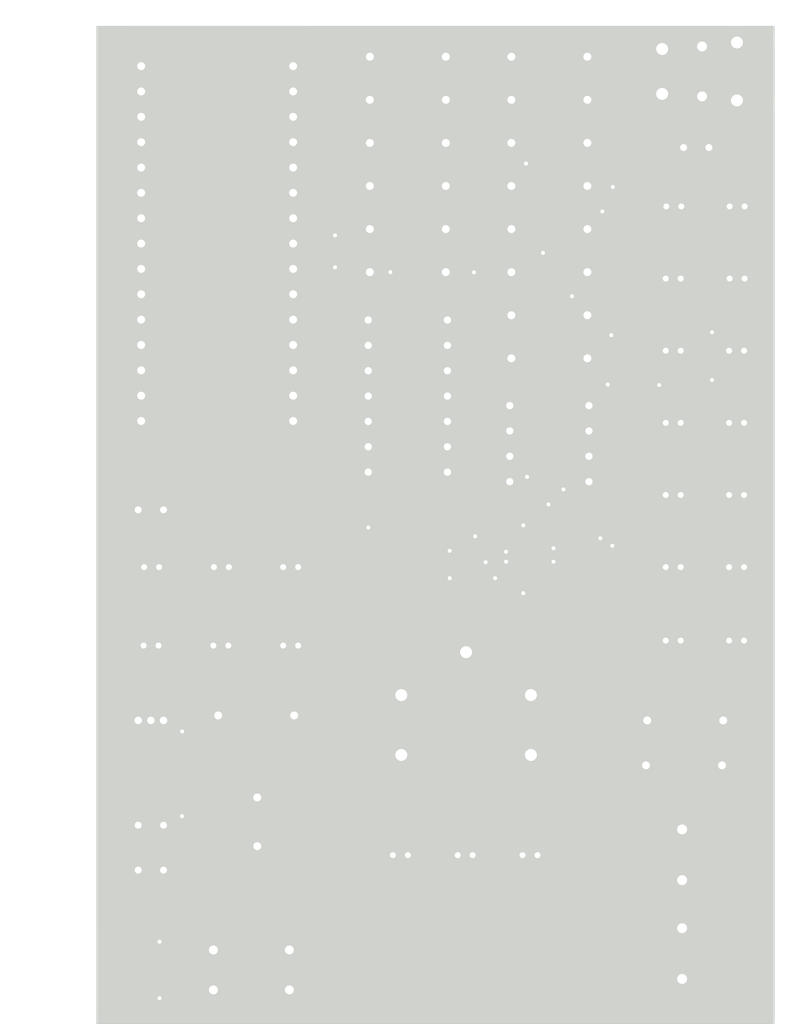
<source format=kicad_pcb>
(kicad_pcb (version 20171130) (host pcbnew "(5.1.5-0-10_14)")
  (layers (0 F.Cu signal) (31 B.Cu signal) (34 B.Paste user hide) (35 F.Paste user hide) (36 B.SilkS user hide) (37 F.SilkS user) (38 B.Mask user hide) (39 F.Mask user hide) (44 Edge.Cuts user))
  (net 0 "")
  (net 1 "Net-(A1-Pad1)")
  (net 2 +3V3)
  (net 3 "Net-(A1-Pad2)")
  (net 4 "Net-(A1-Pad18)")
  (net 5 "Net-(A1-Pad3)")
  (net 6 "Net-(A1-Pad19)")
  (net 7 "Net-(A1-Pad29)")
  (net 8 "Net-(A1-Pad20)")
  (net 9 "Net-(A1-Pad5)")
  (net 10 "Net-(A1-Pad21)")
  (net 11 "Net-(A1-Pad6)")
  (net 12 "Net-(A1-Pad22)")
  (net 13 "Net-(A1-Pad7)")
  (net 14 "Net-(A1-Pad23)")
  (net 15 "Net-(A1-Pad8)")
  (net 16 "Net-(A1-Pad24)")
  (net 17 "Net-(A1-Pad9)")
  (net 18 "Net-(A1-Pad25)")
  (net 19 "Net-(A1-Pad10)")
  (net 20 "Net-(A1-Pad26)")
  (net 21 "Net-(A1-Pad11)")
  (net 22 +5V)
  (net 23 "Net-(A1-Pad12)")
  (net 24 "Net-(A1-Pad28)")
  (net 25 "Net-(A1-Pad13)")
  (net 26 "Net-(A1-Pad14)")
  (net 27 "Net-(A1-Pad30)")
  (net 28 "Net-(A1-Pad15)")
  (net 29 "Net-(A1-Pad16)")
  (net 30 GND)
  (net 31 "Net-(C2-Pad1)")
  (net 32 "Net-(C14-Pad2)")
  (net 33 "Net-(C15-Pad1)")
  (net 34 "Net-(U2-Pad6)")
  (net 35 "Net-(U2-Pad9)")
  (net 36 0_deg)
  (net 37 90_deg)
  (net 38 180_deg)
  (net 39 270_deg)
  (net 40 "Net-(T1-Pad3)")
  (net 41 S1)
  (net 42 S0)
  (net 43 2.15V)
  (net 44 +4V)
  (net 45 "Net-(C20-Pad1)")
  (net 46 "Net-(T1-Pad5)")
  (net 47 "Net-(C18-Pad1)")
  (net 48 "Net-(C14-Pad1)")
  (net 49 "Net-(C19-Pad1)")
  (net 50 "Net-(C1-Pad2)")
  (net 51 "Net-(C1-Pad1)")
  (net 52 "Net-(C3-Pad1)")
  (net 53 "Net-(C8-Pad2)")
  (net 54 "Net-(C9-Pad2)")
  (net 55 "Net-(C21-Pad1)")
  (net 56 "Net-(C15-Pad2)")
  (net 57 "Net-(C20-Pad2)")
  (net 58 "Net-(C21-Pad2)")
  (net 59 "Net-(C22-Pad1)")
  (net 60 "Net-(J1-Pad2)")
  (net 61 "Net-(J2-PadS)")
  (net 62 "Net-(R9-Pad1)")
  (net 63 "Net-(R10-Pad2)")
  (net 64 "Net-(U2-Pad11)")
  (net 65 "Net-(U4-Pad9)")
  (net 66 "Net-(U4-Pad6)")
  (net 67 "Net-(U4-Pad3)")
  (net 68 "Net-(U4-Pad2)")
  (net 69 "Net-(C17-Pad2)")
  (module Connector_Coaxial:SMA_Samtec_SMA-J-P-X-ST-EM1_EdgeMount (layer F.Cu) (at 125.5 131.5 270)
    (fp_text reference J1 (at -0.5 -3.5) (layer F.SilkS))
    (fp_text value Conn_Coaxial hide)
    (pad 1 smd rect (at 0 0.2 270) (size 1.27 3.6) (layers F.Cu F.Paste F.Mask) (net 50 "Net-(C1-Pad2)"))
    (pad 2 smd rect (at 2.825 0 270) (size 1.35 4.2) (layers F.Cu F.Paste F.Mask) (net 60 "Net-(J1-Pad2)"))
    (pad 2 smd rect (at -2.825 0 270) (size 1.35 4.2) (layers F.Cu F.Paste F.Mask) (net 60 "Net-(J1-Pad2)"))
    (pad 2 smd rect (at 2.825 0 270) (size 1.35 4.2) (layers B.Cu B.Paste B.Mask) (net 60 "Net-(J1-Pad2)"))
    (pad 2 smd rect (at -2.825 0 270) (size 1.35 4.2) (layers B.Cu B.Paste B.Mask) (net 60 "Net-(J1-Pad2)"))
  )
  (module Transformer_THT:Transformer_Toroid_Tapped_Horizontal_D10.5mm_Amidon-T37 (layer F.Cu) (at 163.75 112.6 90)
    (fp_text reference T1 (at 5.3 -3.6 180) (layer F.SilkS))
    (fp_text value Transformer_1P_SS)
    (pad 1 thru_hole circle (at 2.54 -10.16) (size 3 3) (drill 1.2) (layers *.Cu *.Mask) (net 31 "Net-(C2-Pad1)"))
    (pad 2 thru_hole circle (at 2.54 2.84) (size 3 3) (drill 1.2) (layers *.Cu *.Mask) (net 30 GND))
    (pad 5 thru_hole circle (at 8.54 -10.16) (size 2.999999 2.999999) (drill 1.2) (layers *.Cu *.Mask) (net 46 "Net-(T1-Pad5)"))
    (pad 3 thru_hole circle (at 8.54 2.84) (size 2.999999 2.999999) (drill 1.2) (layers *.Cu *.Mask) (net 40 "Net-(T1-Pad3)"))
    (pad 4 thru_hole circle (at 12.84 -3.66) (size 3 3) (drill 1.2) (layers *.Cu *.Mask) (net 43 2.15V))
  )
  (module Module:Arduino_Nano (layer F.Cu) (at 142.75 76.6 180)
    (fp_text reference A1 (at 7.62 -5.08) (layer F.SilkS))
    (fp_text value Arduino_Nano_v3.x)
    (pad 1 thru_hole rect (at 0 0 180) (size 1.6 1.6) (drill 0.8) (layers *.Cu *.Mask) (net 1 "Net-(A1-Pad1)"))
    (pad 17 thru_hole oval (at 15.24 33.02 180) (size 1.6 1.6) (drill 0.8) (layers *.Cu *.Mask) (net 2 +3V3))
    (pad 2 thru_hole oval (at 0 2.54 180) (size 1.6 1.6) (drill 0.8) (layers *.Cu *.Mask) (net 3 "Net-(A1-Pad2)"))
    (pad 18 thru_hole oval (at 15.24 30.48 180) (size 1.6 1.6) (drill 0.8) (layers *.Cu *.Mask) (net 4 "Net-(A1-Pad18)"))
    (pad 3 thru_hole oval (at 0 5.08 180) (size 1.6 1.6) (drill 0.8) (layers *.Cu *.Mask) (net 5 "Net-(A1-Pad3)"))
    (pad 19 thru_hole oval (at 15.24 27.94 180) (size 1.6 1.6) (drill 0.8) (layers *.Cu *.Mask) (net 6 "Net-(A1-Pad19)"))
    (pad 4 thru_hole oval (at 0 7.62 180) (size 1.6 1.6) (drill 0.8) (layers *.Cu *.Mask) (net 7 "Net-(A1-Pad29)"))
    (pad 20 thru_hole oval (at 15.24 25.4 180) (size 1.6 1.6) (drill 0.8) (layers *.Cu *.Mask) (net 8 "Net-(A1-Pad20)"))
    (pad 5 thru_hole oval (at 0 10.16 180) (size 1.6 1.6) (drill 0.8) (layers *.Cu *.Mask) (net 9 "Net-(A1-Pad5)"))
    (pad 21 thru_hole oval (at 15.24 22.86 180) (size 1.6 1.6) (drill 0.8) (layers *.Cu *.Mask) (net 10 "Net-(A1-Pad21)"))
    (pad 6 thru_hole oval (at 0 12.7 180) (size 1.6 1.6) (drill 0.8) (layers *.Cu *.Mask) (net 11 "Net-(A1-Pad6)"))
    (pad 22 thru_hole oval (at 15.24 20.32 180) (size 1.6 1.6) (drill 0.8) (layers *.Cu *.Mask) (net 12 "Net-(A1-Pad22)"))
    (pad 7 thru_hole oval (at 0 15.24 180) (size 1.6 1.6) (drill 0.8) (layers *.Cu *.Mask) (net 13 "Net-(A1-Pad7)"))
    (pad 23 thru_hole oval (at 15.24 17.78 180) (size 1.6 1.6) (drill 0.8) (layers *.Cu *.Mask) (net 14 "Net-(A1-Pad23)"))
    (pad 8 thru_hole oval (at 0 17.78 180) (size 1.6 1.6) (drill 0.8) (layers *.Cu *.Mask) (net 15 "Net-(A1-Pad8)"))
    (pad 24 thru_hole oval (at 15.24 15.24 180) (size 1.6 1.6) (drill 0.8) (layers *.Cu *.Mask) (net 16 "Net-(A1-Pad24)"))
    (pad 9 thru_hole oval (at 0 20.32 180) (size 1.6 1.6) (drill 0.8) (layers *.Cu *.Mask) (net 17 "Net-(A1-Pad9)"))
    (pad 25 thru_hole oval (at 15.24 12.7 180) (size 1.6 1.6) (drill 0.8) (layers *.Cu *.Mask) (net 18 "Net-(A1-Pad25)"))
    (pad 10 thru_hole oval (at 0 22.86 180) (size 1.6 1.6) (drill 0.8) (layers *.Cu *.Mask) (net 19 "Net-(A1-Pad10)"))
    (pad 26 thru_hole oval (at 15.24 10.16 180) (size 1.6 1.6) (drill 0.8) (layers *.Cu *.Mask) (net 20 "Net-(A1-Pad26)"))
    (pad 11 thru_hole oval (at 0 25.4 180) (size 1.6 1.6) (drill 0.8) (layers *.Cu *.Mask) (net 21 "Net-(A1-Pad11)"))
    (pad 27 thru_hole oval (at 15.24 7.62 180) (size 1.6 1.6) (drill 0.8) (layers *.Cu *.Mask) (net 22 +5V))
    (pad 12 thru_hole oval (at 0 27.94 180) (size 1.6 1.6) (drill 0.8) (layers *.Cu *.Mask) (net 23 "Net-(A1-Pad12)"))
    (pad 28 thru_hole oval (at 15.24 5.08 180) (size 1.6 1.6) (drill 0.8) (layers *.Cu *.Mask) (net 24 "Net-(A1-Pad28)"))
    (pad 13 thru_hole oval (at 0 30.48 180) (size 1.6 1.6) (drill 0.8) (layers *.Cu *.Mask) (net 25 "Net-(A1-Pad13)"))
    (pad 29 thru_hole oval (at 15.24 2.54 180) (size 1.6 1.6) (drill 0.8) (layers *.Cu *.Mask) (net 7 "Net-(A1-Pad29)"))
    (pad 14 thru_hole oval (at 0 33.02 180) (size 1.6 1.6) (drill 0.8) (layers *.Cu *.Mask) (net 26 "Net-(A1-Pad14)"))
    (pad 30 thru_hole oval (at 15.24 0 180) (size 1.6 1.6) (drill 0.8) (layers *.Cu *.Mask) (net 27 "Net-(A1-Pad30)"))
    (pad 15 thru_hole oval (at 0 35.56 180) (size 1.6 1.6) (drill 0.8) (layers *.Cu *.Mask) (net 28 "Net-(A1-Pad15)"))
    (pad 16 thru_hole oval (at 15.24 35.56 180) (size 1.6 1.6) (drill 0.8) (layers *.Cu *.Mask) (net 29 "Net-(A1-Pad16)"))
  )
  (module Crystal:Crystal_HC49-4H_Vertical (layer F.Cu) (at 139.15 119.2 90)
    (fp_text reference Y1 (at -4.5 0 180) (layer F.SilkS))
    (fp_text value Crystal)
    (pad 1 thru_hole circle (at 0 0 90) (size 1.5 1.5) (drill 0.8) (layers *.Cu *.Mask) (net 68 "Net-(U4-Pad2)"))
    (pad 2 thru_hole circle (at 4.88 0 90) (size 1.5 1.5) (drill 0.8) (layers *.Cu *.Mask) (net 67 "Net-(U4-Pad3)"))
  )
  (module TestPoint:TestPoint_Bridge_Pitch2.54mm_Drill0.7mm (layer F.Cu) (at 129.75 117.1 180)
    (fp_text reference TP4 (at 1.1 1.7) (layer F.SilkS))
    (fp_text value TestPoint_2Pole)
    (pad 1 thru_hole circle (at 0 0 180) (size 1.4 1.4) (drill 0.7) (layers *.Cu *.Mask) (net 44 +4V))
    (pad 2 thru_hole circle (at 2.54 0 180) (size 1.4 1.4) (drill 0.7) (layers *.Cu *.Mask) (net 22 +5V))
  )
  (module TestPoint:TestPoint_Bridge_Pitch2.54mm_Drill0.7mm (layer F.Cu) (at 127.21 85.5)
    (fp_text reference TP3 (at 5.54 0) (layer F.SilkS))
    (fp_text value TestPoint_2Pole)
    (pad 1 thru_hole circle (at 0 0) (size 1.4 1.4) (drill 0.7) (layers *.Cu *.Mask) (net 30 GND))
    (pad 2 thru_hole circle (at 2.54 0) (size 1.4 1.4) (drill 0.7) (layers *.Cu *.Mask) (net 7 "Net-(A1-Pad29)"))
  )
  (module TestPoint:TestPoint_Bridge_Pitch2.54mm_Drill0.7mm (layer F.Cu) (at 181.9 49.2)
    (fp_text reference TP2 (at 5.46 0) (layer F.SilkS))
    (fp_text value TestPoint_2Pole)
    (pad 1 thru_hole circle (at 0 0) (size 1.4 1.4) (drill 0.7) (layers *.Cu *.Mask) (net 30 GND))
    (pad 2 thru_hole circle (at 2.54 0) (size 1.4 1.4) (drill 0.7) (layers *.Cu *.Mask) (net 61 "Net-(J2-PadS)"))
  )
  (module TestPoint:TestPoint_Bridge_Pitch2.54mm_Drill0.7mm (layer F.Cu) (at 127.21 121.6)
    (fp_text reference TP1 (at 1.54 -1.7) (layer F.SilkS))
    (fp_text value TestPoint_2Pole)
    (pad 1 thru_hole circle (at 0 0) (size 1.4 1.4) (drill 0.7) (layers *.Cu *.Mask) (net 60 "Net-(J1-Pad2)"))
    (pad 2 thru_hole circle (at 2.54 0) (size 1.4 1.4) (drill 0.7) (layers *.Cu *.Mask) (net 30 GND))
  )
  (module Capacitor_THT:CP_Radial_D4.0mm_P1.50mm (layer F.Cu) (at 134.804801 91.24)
    (fp_text reference C12 (at 0.75 3.25) (layer F.SilkS))
    (fp_text value 0.1u)
    (pad 1 thru_hole rect (at 0 0) (size 1.2 1.2) (drill 0.6) (layers *.Cu *.Mask) (net 30 GND))
    (pad 2 thru_hole circle (at 1.5 0) (size 1.2 1.2) (drill 0.6) (layers *.Cu *.Mask) (net 2 +3V3))
  )
  (module Capacitor_THT:CP_Radial_D4.0mm_P1.50mm (layer F.Cu) (at 154.25 120.1 180)
    (fp_text reference C1 (at 0.75 -3.25) (layer F.SilkS))
    (fp_text value 220p)
    (pad 1 thru_hole rect (at 0 0 180) (size 1.2 1.2) (drill 0.6) (layers *.Cu *.Mask) (net 51 "Net-(C1-Pad1)"))
    (pad 2 thru_hole circle (at 1.5 0 180) (size 1.2 1.2) (drill 0.6) (layers *.Cu *.Mask) (net 50 "Net-(C1-Pad2)"))
  )
  (module Capacitor_THT:CP_Radial_D4.0mm_P1.50mm (layer F.Cu) (at 127.804801 91.24)
    (fp_text reference C13 (at 0.75 3.25) (layer F.SilkS))
    (fp_text value 0.1u)
    (pad 1 thru_hole rect (at 0 0) (size 1.2 1.2) (drill 0.6) (layers *.Cu *.Mask) (net 22 +5V))
    (pad 2 thru_hole circle (at 1.5 0) (size 1.2 1.2) (drill 0.6) (layers *.Cu *.Mask) (net 30 GND))
  )
  (module Capacitor_THT:CP_Radial_D4.0mm_P1.50mm (layer F.Cu) (at 160.75 120.1 180)
    (fp_text reference C2 (at 0.75 -3.25) (layer F.SilkS))
    (fp_text value 910p)
    (pad 1 thru_hole rect (at 0 0 180) (size 1.2 1.2) (drill 0.6) (layers *.Cu *.Mask) (net 31 "Net-(C2-Pad1)"))
    (pad 2 thru_hole circle (at 1.5 0 180) (size 1.2 1.2) (drill 0.6) (layers *.Cu *.Mask) (net 30 GND))
  )
  (module Capacitor_THT:CP_Radial_D4.0mm_P1.50mm (layer F.Cu) (at 143.25 91.24 180)
    (fp_text reference C16 (at 0.75 -3.25) (layer F.SilkS))
    (fp_text value 0.1u)
    (pad 1 thru_hole rect (at 0 0 180) (size 1.2 1.2) (drill 0.6) (layers *.Cu *.Mask) (net 30 GND))
    (pad 2 thru_hole circle (at 1.5 0 180) (size 1.2 1.2) (drill 0.6) (layers *.Cu *.Mask) (net 2 +3V3))
  )
  (module Capacitor_THT:CP_Radial_D4.0mm_P1.50mm (layer F.Cu) (at 143.25 99.1 180)
    (fp_text reference C17 (at 0.75 -3.25) (layer F.SilkS))
    (fp_text value 0.1u)
    (pad 1 thru_hole rect (at 0 0 180) (size 1.2 1.2) (drill 0.6) (layers *.Cu *.Mask) (net 2 +3V3))
    (pad 2 thru_hole circle (at 1.5 0 180) (size 1.2 1.2) (drill 0.6) (layers *.Cu *.Mask) (net 69 "Net-(C17-Pad2)"))
  )
  (module Capacitor_THT:CP_Radial_D4.0mm_P1.50mm (layer F.Cu) (at 187.96 84.012 180)
    (fp_text reference C4 (at 1.226191 -3.25) (layer F.SilkS))
    (fp_text value 0.1u)
    (pad 1 thru_hole rect (at 0 0 180) (size 1.2 1.2) (drill 0.6) (layers *.Cu *.Mask) (net 36 0_deg))
    (pad 2 thru_hole circle (at 1.5 0 180) (size 1.2 1.2) (drill 0.6) (layers *.Cu *.Mask) (net 30 GND))
  )
  (module Capacitor_THT:CP_Radial_D4.0mm_P1.50mm (layer F.Cu) (at 181.61 84.012 180)
    (fp_text reference C5 (at 1.226191 -3.25) (layer F.SilkS))
    (fp_text value 0.1u)
    (pad 1 thru_hole rect (at 0 0 180) (size 1.2 1.2) (drill 0.6) (layers *.Cu *.Mask) (net 37 90_deg))
    (pad 2 thru_hole circle (at 1.5 0 180) (size 1.2 1.2) (drill 0.6) (layers *.Cu *.Mask) (net 30 GND))
  )
  (module Capacitor_THT:CP_Radial_D4.0mm_P1.50mm (layer F.Cu) (at 187.96 91.24 180)
    (fp_text reference C6 (at 1.226191 -3.3625) (layer F.SilkS))
    (fp_text value 0.1u)
    (pad 1 thru_hole rect (at 0 0 180) (size 1.2 1.2) (drill 0.6) (layers *.Cu *.Mask) (net 38 180_deg))
    (pad 2 thru_hole circle (at 1.5 0 180) (size 1.2 1.2) (drill 0.6) (layers *.Cu *.Mask) (net 30 GND))
  )
  (module Capacitor_THT:CP_Radial_D4.0mm_P1.50mm (layer F.Cu) (at 181.61 91.24 180)
    (fp_text reference C7 (at 1.226191 -3.3625) (layer F.SilkS))
    (fp_text value 0.1u)
    (pad 1 thru_hole rect (at 0 0 180) (size 1.2 1.2) (drill 0.6) (layers *.Cu *.Mask) (net 39 270_deg))
    (pad 2 thru_hole circle (at 1.5 0 180) (size 1.2 1.2) (drill 0.6) (layers *.Cu *.Mask) (net 30 GND))
  )
  (module Capacitor_THT:CP_Radial_D4.0mm_P1.50mm (layer F.Cu) (at 187.96 98.6 180)
    (fp_text reference C11 (at 0.75 -3.25) (layer F.SilkS))
    (fp_text value 0.1u)
    (pad 1 thru_hole rect (at 0 0 180) (size 1.2 1.2) (drill 0.6) (layers *.Cu *.Mask) (net 30 GND))
    (pad 2 thru_hole circle (at 1.5 0 180) (size 1.2 1.2) (drill 0.6) (layers *.Cu *.Mask) (net 43 2.15V))
  )
  (module Capacitor_THT:CP_Radial_D4.0mm_P1.50mm (layer F.Cu) (at 181.61 98.6 180)
    (fp_text reference C10 (at 0.75 -3.25) (layer F.SilkS))
    (fp_text value 50u)
    (pad 1 thru_hole rect (at 0 0 180) (size 1.2 1.2) (drill 0.6) (layers *.Cu *.Mask) (net 43 2.15V))
    (pad 2 thru_hole circle (at 1.5 0 180) (size 1.2 1.2) (drill 0.6) (layers *.Cu *.Mask) (net 30 GND))
  )
  (module Capacitor_THT:CP_Radial_D4.0mm_P1.50mm (layer F.Cu) (at 181.61 69.556 180)
    (fp_text reference C15 (at 0.75 -3.25) (layer F.SilkS))
    (fp_text value C)
    (pad 1 thru_hole rect (at 0 0 180) (size 1.2 1.2) (drill 0.6) (layers *.Cu *.Mask) (net 33 "Net-(C15-Pad1)"))
    (pad 2 thru_hole circle (at 1.5 0 180) (size 1.2 1.2) (drill 0.6) (layers *.Cu *.Mask) (net 56 "Net-(C15-Pad2)"))
  )
  (module Capacitor_THT:CP_Radial_D4.0mm_P1.50mm (layer F.Cu) (at 187.96 69.556 180)
    (fp_text reference C20 (at 0.75 -3.25) (layer F.SilkS))
    (fp_text value C)
    (pad 1 thru_hole rect (at 0 0 180) (size 1.2 1.2) (drill 0.6) (layers *.Cu *.Mask) (net 45 "Net-(C20-Pad1)"))
    (pad 2 thru_hole circle (at 1.5 0 180) (size 1.2 1.2) (drill 0.6) (layers *.Cu *.Mask) (net 57 "Net-(C20-Pad2)"))
  )
  (module Capacitor_THT:CP_Radial_D4.0mm_P1.50mm (layer F.Cu) (at 167.25 120.1 180)
    (fp_text reference C3 (at 0.75 -3.25) (layer F.SilkS))
    (fp_text value 1u)
    (pad 1 thru_hole rect (at 0 0 180) (size 1.2 1.2) (drill 0.6) (layers *.Cu *.Mask) (net 52 "Net-(C3-Pad1)"))
    (pad 2 thru_hole circle (at 1.5 0 180) (size 1.2 1.2) (drill 0.6) (layers *.Cu *.Mask) (net 30 GND))
  )
  (module Capacitor_THT:CP_Radial_D4.0mm_P1.50mm (layer F.Cu) (at 181.61 76.784 180)
    (fp_text reference C18 (at 0.75 -3.25) (layer F.SilkS))
    (fp_text value C)
    (pad 1 thru_hole rect (at 0 0 180) (size 1.2 1.2) (drill 0.6) (layers *.Cu *.Mask) (net 47 "Net-(C18-Pad1)"))
    (pad 2 thru_hole circle (at 1.5 0 180) (size 1.2 1.2) (drill 0.6) (layers *.Cu *.Mask) (net 30 GND))
  )
  (module Capacitor_THT:CP_Radial_D4.0mm_P1.50mm (layer F.Cu) (at 186.514801 62.328)
    (fp_text reference C19 (at 0.75 3.25) (layer F.SilkS))
    (fp_text value C)
    (pad 1 thru_hole rect (at 0 0) (size 1.2 1.2) (drill 0.6) (layers *.Cu *.Mask) (net 49 "Net-(C19-Pad1)"))
    (pad 2 thru_hole circle (at 1.5 0) (size 1.2 1.2) (drill 0.6) (layers *.Cu *.Mask) (net 30 GND))
  )
  (module Capacitor_THT:CP_Radial_D4.0mm_P1.50mm (layer F.Cu) (at 181.61 62.328 180)
    (fp_text reference C14 (at 0.75 -3.25) (layer F.SilkS))
    (fp_text value C)
    (pad 1 thru_hole rect (at 0 0 180) (size 1.2 1.2) (drill 0.6) (layers *.Cu *.Mask) (net 48 "Net-(C14-Pad1)"))
    (pad 2 thru_hole circle (at 1.5 0 180) (size 1.2 1.2) (drill 0.6) (layers *.Cu *.Mask) (net 32 "Net-(C14-Pad2)"))
  )
  (module Capacitor_THT:CP_Radial_D4.0mm_P1.50mm (layer F.Cu) (at 187.96 76.784 180)
    (fp_text reference C21 (at 0.75 -3.25) (layer F.SilkS))
    (fp_text value C)
    (pad 1 thru_hole rect (at 0 0 180) (size 1.2 1.2) (drill 0.6) (layers *.Cu *.Mask) (net 55 "Net-(C21-Pad1)"))
    (pad 2 thru_hole circle (at 1.5 0 180) (size 1.2 1.2) (drill 0.6) (layers *.Cu *.Mask) (net 58 "Net-(C21-Pad2)"))
  )
  (module Capacitor_THT:CP_Radial_D4.0mm_P1.50mm (layer F.Cu) (at 129.25 99.1 180)
    (fp_text reference C22 (at 0.75 -3.25) (layer F.SilkS))
    (fp_text value 10u)
    (pad 1 thru_hole rect (at 0 0 180) (size 1.2 1.2) (drill 0.6) (layers *.Cu *.Mask) (net 59 "Net-(C22-Pad1)"))
    (pad 2 thru_hole circle (at 1.5 0 180) (size 1.2 1.2) (drill 0.6) (layers *.Cu *.Mask) (net 30 GND))
  )
  (module Capacitor_THT:CP_Radial_D4.0mm_P1.50mm (layer F.Cu) (at 136.25 99.1 180)
    (fp_text reference C23 (at 0.75 -3.25) (layer F.SilkS))
    (fp_text value 0.1u)
    (pad 1 thru_hole rect (at 0 0 180) (size 1.2 1.2) (drill 0.6) (layers *.Cu *.Mask) (net 44 +4V))
    (pad 2 thru_hole circle (at 1.5 0 180) (size 1.2 1.2) (drill 0.6) (layers *.Cu *.Mask) (net 30 GND))
  )
  (module Capacitor_THT:CP_Radial_D4.0mm_P1.50mm (layer F.Cu) (at 180.164801 55.1)
    (fp_text reference C8 (at 0.75 3.25) (layer F.SilkS))
    (fp_text value C)
    (pad 1 thru_hole rect (at 0 0) (size 1.2 1.2) (drill 0.6) (layers *.Cu *.Mask) (net 32 "Net-(C14-Pad2)"))
    (pad 2 thru_hole circle (at 1.5 0) (size 1.2 1.2) (drill 0.6) (layers *.Cu *.Mask) (net 53 "Net-(C8-Pad2)"))
  )
  (module Capacitor_THT:CP_Radial_D4.0mm_P1.50mm (layer F.Cu) (at 186.514801 55.1)
    (fp_text reference C9 (at 0.75 3.25) (layer F.SilkS))
    (fp_text value C)
    (pad 2 thru_hole circle (at 1.5 0) (size 1.2 1.2) (drill 0.6) (layers *.Cu *.Mask) (net 54 "Net-(C9-Pad2)"))
    (pad 1 thru_hole rect (at 0 0) (size 1.2 1.2) (drill 0.6) (layers *.Cu *.Mask) (net 55 "Net-(C21-Pad1)"))
  )
  (module Diode_THT:D_A-405_P7.62mm_Horizontal (layer F.Cu) (at 142.37 129.6 180)
    (fp_text reference D1 (at 10.5 0) (layer F.SilkS))
    (fp_text value D)
    (pad 1 thru_hole rect (at 0 0 180) (size 1.8 1.8) (drill 0.9) (layers *.Cu *.Mask) (net 50 "Net-(C1-Pad2)"))
    (pad 2 thru_hole oval (at 7.62 0 180) (size 1.8 1.8) (drill 0.9) (layers *.Cu *.Mask) (net 30 GND))
  )
  (module Diode_THT:D_A-405_P7.62mm_Horizontal (layer F.Cu) (at 134.75 133.6)
    (fp_text reference D2 (at -3 0) (layer F.SilkS))
    (fp_text value D)
    (pad 1 thru_hole rect (at 0 0) (size 1.8 1.8) (drill 0.9) (layers *.Cu *.Mask) (net 30 GND))
    (pad 2 thru_hole oval (at 7.62 0) (size 1.8 1.8) (drill 0.9) (layers *.Cu *.Mask) (net 50 "Net-(C1-Pad2)"))
  )
  (module Connector_Audio:Jack_3.5mm_Switronic_ST-005-G_horizontal (layer F.Cu) (at 186.25 41.575 180)
    (fp_text reference J2 (at -3 -0.025) (layer F.SilkS))
    (fp_text value AudioJack3)
    (pad T thru_hole circle (at -1 -2.9 180) (size 1.9 1.9) (drill 1.2) (layers *.Cu *.Mask) (net 53 "Net-(C8-Pad2)"))
    (pad T thru_hole circle (at -1 2.9 180) (size 1.9 1.9) (drill 1.2) (layers *.Cu *.Mask) (net 53 "Net-(C8-Pad2)"))
    (pad R thru_hole rect (at 6.5 -2.25 180) (size 1.9 1.9) (drill 1.2) (layers *.Cu *.Mask) (net 54 "Net-(C9-Pad2)"))
    (pad S thru_hole circle (at 6.5 2.25 180) (size 1.9 1.9) (drill 1.2) (layers *.Cu *.Mask) (net 61 "Net-(J2-PadS)"))
    (pad "" np_thru_hole circle (at 2.5 2.5 180) (size 1 1) (drill 1) (layers *.Cu *.Mask))
    (pad "" np_thru_hole circle (at 2.5 -2.5 180) (size 1 1) (drill 1) (layers *.Cu *.Mask))
  )
  (module Inductor_THT:L_Toroid_Vertical_L10.0mm_W5.0mm_P5.08mm (layer F.Cu) (at 181.75 132.5 180)
    (fp_text reference L1 (at -6.4 2.4) (layer F.SilkS))
    (fp_text value 2.2u)
    (pad 1 thru_hole circle (at 0 0 180) (size 2 2) (drill 1) (layers *.Cu *.Mask) (net 51 "Net-(C1-Pad1)"))
    (pad 2 thru_hole circle (at 0 5.08 180) (size 2 2) (drill 1) (layers *.Cu *.Mask) (net 31 "Net-(C2-Pad1)"))
  )
  (module Inductor_THT:L_Toroid_Vertical_L10.0mm_W5.0mm_P5.08mm (layer F.Cu) (at 181.75 122.6 180)
    (fp_text reference L2 (at -6.5 2.5) (layer F.SilkS))
    (fp_text value 560n)
    (pad 1 thru_hole circle (at 0 0 180) (size 2 2) (drill 1) (layers *.Cu *.Mask) (net 31 "Net-(C2-Pad1)"))
    (pad 2 thru_hole circle (at 0 5.08 180) (size 2 2) (drill 1) (layers *.Cu *.Mask) (net 52 "Net-(C3-Pad1)"))
  )
  (module Package_TO_SOT_THT:TO-92_Inline (layer F.Cu) (at 129.75 106.6 180)
    (fp_text reference Q1 (at 1.27 -3.56) (layer F.SilkS))
    (fp_text value PN2222A)
    (pad 1 thru_hole rect (at 0 0 180) (size 1.05 1.5) (drill 0.75) (layers *.Cu *.Mask) (net 44 +4V))
    (pad 3 thru_hole oval (at 2.54 0 180) (size 1.05 1.5) (drill 0.75) (layers *.Cu *.Mask) (net 22 +5V))
    (pad 2 thru_hole oval (at 1.27 0 180) (size 1.05 1.5) (drill 0.75) (layers *.Cu *.Mask) (net 59 "Net-(C22-Pad1)"))
  )
  (module Resistor_THT:R_Axial_DIN0207_L6.3mm_D2.5mm_P7.62mm_Horizontal (layer F.Cu) (at 185.75 111.1 180)
    (fp_text reference R1 (at -2.5 -0.0675) (layer F.SilkS))
    (fp_text value 10k)
    (pad 1 thru_hole circle (at 0 0 180) (size 1.6 1.6) (drill 0.8) (layers *.Cu *.Mask) (net 44 +4V))
    (pad 2 thru_hole oval (at 7.62 0 180) (size 1.6 1.6) (drill 0.8) (layers *.Cu *.Mask) (net 43 2.15V))
  )
  (module Resistor_THT:R_Axial_DIN0207_L6.3mm_D2.5mm_P7.62mm_Horizontal (layer F.Cu) (at 178.25 106.6)
    (fp_text reference R2 (at 10 0) (layer F.SilkS))
    (fp_text value 10k)
    (pad 1 thru_hole circle (at 0 0) (size 1.6 1.6) (drill 0.8) (layers *.Cu *.Mask) (net 43 2.15V))
    (pad 2 thru_hole oval (at 7.62 0) (size 1.6 1.6) (drill 0.8) (layers *.Cu *.Mask) (net 30 GND))
  )
  (module Resistor_THT:R_Axial_DIN0207_L6.3mm_D2.5mm_P7.62mm_Horizontal (layer F.Cu) (at 158.06 44.416785 180)
    (fp_text reference R4 (at -2.495 0.0675) (layer F.SilkS))
    (fp_text value R)
    (pad 1 thru_hole circle (at 0 0 180) (size 1.6 1.6) (drill 0.8) (layers *.Cu *.Mask) (net 33 "Net-(C15-Pad1)"))
    (pad 2 thru_hole oval (at 7.62 0 180) (size 1.6 1.6) (drill 0.8) (layers *.Cu *.Mask) (net 36 0_deg))
  )
  (module Resistor_THT:R_Axial_DIN0207_L6.3mm_D2.5mm_P7.62mm_Horizontal (layer F.Cu) (at 150.44 53.050355)
    (fp_text reference R6 (at 10.115 -0.0675) (layer F.SilkS))
    (fp_text value R)
    (pad 1 thru_hole circle (at 0 0) (size 1.6 1.6) (drill 0.8) (layers *.Cu *.Mask) (net 56 "Net-(C15-Pad2)"))
    (pad 2 thru_hole oval (at 7.62 0) (size 1.6 1.6) (drill 0.8) (layers *.Cu *.Mask) (net 37 90_deg))
  )
  (module Resistor_THT:R_Axial_DIN0207_L6.3mm_D2.5mm_P7.62mm_Horizontal (layer F.Cu) (at 172.25 53.050355 180)
    (fp_text reference R12 (at -2.746191 0.0675) (layer F.SilkS))
    (fp_text value R)
    (pad 1 thru_hole circle (at 0 0 180) (size 1.6 1.6) (drill 0.8) (layers *.Cu *.Mask) (net 57 "Net-(C20-Pad2)"))
    (pad 2 thru_hole oval (at 7.62 0 180) (size 1.6 1.6) (drill 0.8) (layers *.Cu *.Mask) (net 39 270_deg))
  )
  (module Resistor_THT:R_Axial_DIN0207_L6.3mm_D2.5mm_P7.62mm_Horizontal (layer F.Cu) (at 172.25 61.683925 180)
    (fp_text reference R14 (at -2.746191 0.0675) (layer F.SilkS))
    (fp_text value R)
    (pad 1 thru_hole circle (at 0 0 180) (size 1.6 1.6) (drill 0.8) (layers *.Cu *.Mask) (net 45 "Net-(C20-Pad1)"))
    (pad 2 thru_hole oval (at 7.62 0 180) (size 1.6 1.6) (drill 0.8) (layers *.Cu *.Mask) (net 38 180_deg))
  )
  (module Resistor_THT:R_Axial_DIN0207_L6.3mm_D2.5mm_P7.62mm_Horizontal (layer F.Cu) (at 150.44 61.683925)
    (fp_text reference R8 (at 10.115 -0.0675) (layer F.SilkS))
    (fp_text value R)
    (pad 1 thru_hole circle (at 0 0) (size 1.6 1.6) (drill 0.8) (layers *.Cu *.Mask) (net 56 "Net-(C15-Pad2)"))
    (pad 2 thru_hole oval (at 7.62 0) (size 1.6 1.6) (drill 0.8) (layers *.Cu *.Mask) (net 43 2.15V))
  )
  (module Resistor_THT:R_Axial_DIN0207_L6.3mm_D2.5mm_P7.62mm_Horizontal (layer F.Cu) (at 172.25 48.73357 180)
    (fp_text reference R11 (at -2.971191 0.0675) (layer F.SilkS))
    (fp_text value R)
    (pad 1 thru_hole circle (at 0 0 180) (size 1.6 1.6) (drill 0.8) (layers *.Cu *.Mask) (net 57 "Net-(C20-Pad2)"))
    (pad 2 thru_hole oval (at 7.62 0 180) (size 1.6 1.6) (drill 0.8) (layers *.Cu *.Mask) (net 43 2.15V))
  )
  (module Resistor_THT:R_Axial_DIN0207_L6.3mm_D2.5mm_P7.62mm_Horizontal (layer F.Cu) (at 150.44 48.73357)
    (fp_text reference R5 (at 10.25 0) (layer F.SilkS))
    (fp_text value R)
    (pad 1 thru_hole circle (at 0 0) (size 1.6 1.6) (drill 0.8) (layers *.Cu *.Mask) (net 48 "Net-(C14-Pad1)"))
    (pad 2 thru_hole oval (at 7.62 0) (size 1.6 1.6) (drill 0.8) (layers *.Cu *.Mask) (net 33 "Net-(C15-Pad1)"))
  )
  (module Resistor_THT:R_Axial_DIN0207_L6.3mm_D2.5mm_P7.62mm_Horizontal (layer F.Cu) (at 158.06 57.36714 180)
    (fp_text reference R7 (at -2.495 -0.0675) (layer F.SilkS))
    (fp_text value R)
    (pad 1 thru_hole circle (at 0 0 180) (size 1.6 1.6) (drill 0.8) (layers *.Cu *.Mask) (net 47 "Net-(C18-Pad1)"))
    (pad 2 thru_hole oval (at 7.62 0 180) (size 1.6 1.6) (drill 0.8) (layers *.Cu *.Mask) (net 56 "Net-(C15-Pad2)"))
  )
  (module Resistor_THT:R_Axial_DIN0207_L6.3mm_D2.5mm_P7.62mm_Horizontal (layer F.Cu) (at 164.63 57.36714)
    (fp_text reference R13 (at 10.591191 -0.0675) (layer F.SilkS))
    (fp_text value R)
    (pad 1 thru_hole circle (at 0 0) (size 1.6 1.6) (drill 0.8) (layers *.Cu *.Mask) (net 49 "Net-(C19-Pad1)"))
    (pad 2 thru_hole oval (at 7.62 0) (size 1.6 1.6) (drill 0.8) (layers *.Cu *.Mask) (net 57 "Net-(C20-Pad2)"))
  )
  (module Resistor_THT:R_Axial_DIN0207_L6.3mm_D2.5mm_P7.62mm_Horizontal (layer F.Cu) (at 164.63 66.00071)
    (fp_text reference R15 (at 10.366191 -0.0675) (layer F.SilkS))
    (fp_text value R)
    (pad 1 thru_hole circle (at 0 0) (size 1.6 1.6) (drill 0.8) (layers *.Cu *.Mask) (net 58 "Net-(C21-Pad2)"))
    (pad 2 thru_hole oval (at 7.62 0) (size 1.6 1.6) (drill 0.8) (layers *.Cu *.Mask) (net 45 "Net-(C20-Pad1)"))
  )
  (module Resistor_THT:R_Axial_DIN0207_L6.3mm_D2.5mm_P7.62mm_Horizontal (layer F.Cu) (at 150.44 40.1)
    (fp_text reference R3 (at 10.25 0) (layer F.SilkS))
    (fp_text value R)
    (pad 1 thru_hole circle (at 0 0) (size 1.6 1.6) (drill 0.8) (layers *.Cu *.Mask) (net 32 "Net-(C14-Pad2)"))
    (pad 2 thru_hole oval (at 7.62 0) (size 1.6 1.6) (drill 0.8) (layers *.Cu *.Mask) (net 33 "Net-(C15-Pad1)"))
  )
  (module Resistor_THT:R_Axial_DIN0207_L6.3mm_D2.5mm_P7.62mm_Horizontal (layer F.Cu) (at 172.25 70.3175 180)
    (fp_text reference R16 (at -2.746191 0.0675) (layer F.SilkS))
    (fp_text value R)
    (pad 1 thru_hole circle (at 0 0 180) (size 1.6 1.6) (drill 0.8) (layers *.Cu *.Mask) (net 45 "Net-(C20-Pad1)"))
    (pad 2 thru_hole oval (at 7.62 0 180) (size 1.6 1.6) (drill 0.8) (layers *.Cu *.Mask) (net 55 "Net-(C21-Pad1)"))
  )
  (module Resistor_THT:R_Axial_DIN0207_L6.3mm_D2.5mm_P7.62mm_Horizontal (layer F.Cu) (at 172.25 40.1 180)
    (fp_text reference R9 (at -2.495 0.0675) (layer F.SilkS))
    (fp_text value R)
    (pad 2 thru_hole oval (at 7.62 0 180) (size 1.6 1.6) (drill 0.8) (layers *.Cu *.Mask) (net 32 "Net-(C14-Pad2)"))
    (pad 1 thru_hole circle (at 0 0 180) (size 1.6 1.6) (drill 0.8) (layers *.Cu *.Mask) (net 62 "Net-(R9-Pad1)"))
  )
  (module Resistor_THT:R_Axial_DIN0207_L6.3mm_D2.5mm_P7.62mm_Horizontal (layer F.Cu) (at 172.25 44.416785 180)
    (fp_text reference R10 (at -3 0) (layer F.SilkS))
    (fp_text value R)
    (pad 1 thru_hole circle (at 0 0 180) (size 1.6 1.6) (drill 0.8) (layers *.Cu *.Mask) (net 55 "Net-(C21-Pad1)"))
    (pad 2 thru_hole oval (at 7.62 0 180) (size 1.6 1.6) (drill 0.8) (layers *.Cu *.Mask) (net 63 "Net-(R10-Pad2)"))
  )
  (module Resistor_THT:R_Axial_DIN0207_L6.3mm_D2.5mm_P7.62mm_Horizontal (layer F.Cu) (at 142.85 106.1 180)
    (fp_text reference R17 (at -3.3 0) (layer F.SilkS))
    (fp_text value 1k)
    (pad 1 thru_hole circle (at 0 0 180) (size 1.6 1.6) (drill 0.8) (layers *.Cu *.Mask) (net 22 +5V))
    (pad 2 thru_hole oval (at 7.62 0 180) (size 1.6 1.6) (drill 0.8) (layers *.Cu *.Mask) (net 59 "Net-(C22-Pad1)"))
  )
  (module Package_SO:MSOP-10_3x3mm_P0.5mm (layer F.Cu) (at 154.75 89.6)
    (fp_text reference U4 (at 0 3) (layer F.SilkS))
    (fp_text value Si5351A-B-GT)
    (pad 1 smd rect (at -2.2 -1) (size 1.4 0.3) (layers F.Cu F.Paste F.Mask) (net 2 +3V3))
    (pad 2 smd rect (at -2.2 -0.5) (size 1.4 0.3) (layers F.Cu F.Paste F.Mask) (net 68 "Net-(U4-Pad2)"))
    (pad 3 smd rect (at -2.2 0) (size 1.4 0.3) (layers F.Cu F.Paste F.Mask) (net 67 "Net-(U4-Pad3)"))
    (pad 4 smd rect (at -2.2 0.5) (size 1.4 0.3) (layers F.Cu F.Paste F.Mask) (net 14 "Net-(A1-Pad23)"))
    (pad 5 smd rect (at -2.2 1) (size 1.4 0.3) (layers F.Cu F.Paste F.Mask) (net 16 "Net-(A1-Pad24)"))
    (pad 6 smd rect (at 2.2 1) (size 1.4 0.3) (layers F.Cu F.Paste F.Mask) (net 66 "Net-(U4-Pad6)"))
    (pad 7 smd rect (at 2.2 0.5) (size 1.4 0.3) (layers F.Cu F.Paste F.Mask) (net 2 +3V3))
    (pad 8 smd rect (at 2.2 0) (size 1.4 0.3) (layers F.Cu F.Paste F.Mask) (net 30 GND))
    (pad 9 smd rect (at 2.2 -0.5) (size 1.4 0.3) (layers F.Cu F.Paste F.Mask) (net 65 "Net-(U4-Pad9)"))
    (pad 10 smd rect (at 2.2 -1) (size 1.4 0.3) (layers F.Cu F.Paste F.Mask) (net 64 "Net-(U2-Pad11)"))
  )
  (module SamacSys_Parts:SOP65P640X110-16N (layer F.Cu) (at 168.75 90.6)
    (fp_text reference U1 (at 0 3.81) (layer F.SilkS) (effects (font (size 1.27 1.27) (thickness 0.254))))
    (fp_text value FST3253 hide)
    (pad 16 smd rect (at 2.925 -2.275 90) (size 0.45 1.45) (layers F.Cu F.Paste F.Mask) (net 44 +4V))
    (pad 15 smd rect (at 2.925 -1.625 90) (size 0.45 1.45) (layers F.Cu F.Paste F.Mask) (net 30 GND))
    (pad 14 smd rect (at 2.925 -0.975 90) (size 0.45 1.45) (layers F.Cu F.Paste F.Mask) (net 42 S0))
    (pad 13 smd rect (at 2.925 -0.325 90) (size 0.45 1.45) (layers F.Cu F.Paste F.Mask) (net 37 90_deg))
    (pad 12 smd rect (at 2.925 0.325 90) (size 0.45 1.45) (layers F.Cu F.Paste F.Mask) (net 36 0_deg))
    (pad 11 smd rect (at 2.925 0.975 90) (size 0.45 1.45) (layers F.Cu F.Paste F.Mask) (net 39 270_deg))
    (pad 10 smd rect (at 2.925 1.625 90) (size 0.45 1.45) (layers F.Cu F.Paste F.Mask) (net 38 180_deg))
    (pad 9 smd rect (at 2.925 2.275 90) (size 0.45 1.45) (layers F.Cu F.Paste F.Mask) (net 40 "Net-(T1-Pad3)"))
    (pad 8 smd rect (at -2.925 2.275 90) (size 0.45 1.45) (layers F.Cu F.Paste F.Mask) (net 30 GND))
    (pad 7 smd rect (at -2.925 1.625 90) (size 0.45 1.45) (layers F.Cu F.Paste F.Mask) (net 46 "Net-(T1-Pad5)"))
    (pad 6 smd rect (at -2.925 0.975 90) (size 0.45 1.45) (layers F.Cu F.Paste F.Mask) (net 36 0_deg))
    (pad 5 smd rect (at -2.925 0.325 90) (size 0.45 1.45) (layers F.Cu F.Paste F.Mask) (net 37 90_deg))
    (pad 4 smd rect (at -2.925 -0.325 90) (size 0.45 1.45) (layers F.Cu F.Paste F.Mask) (net 38 180_deg))
    (pad 3 smd rect (at -2.925 -0.975 90) (size 0.45 1.45) (layers F.Cu F.Paste F.Mask) (net 39 270_deg))
    (pad 2 smd rect (at -2.925 -1.625 90) (size 0.45 1.45) (layers F.Cu F.Paste F.Mask) (net 41 S1))
    (pad 1 smd rect (at -2.925 -2.275 90) (size 0.45 1.45) (layers F.Cu F.Paste F.Mask) (net 30 GND))
  )
  (module SamacSys_Parts:DIP794W53P254L1930H508Q14N (layer F.Cu) (at 154.25 74.1 180)
    (fp_text reference U2 (at 0 0) (layer F.SilkS) (effects (font (size 1.27 1.27) (thickness 0.254))))
    (fp_text value CD74AC74E hide)
    (pad 14 thru_hole circle (at 3.97 -7.62 180) (size 1.13 1.13) (drill 0.73) (layers *.Cu *.Mask) (net 2 +3V3))
    (pad 13 thru_hole circle (at 3.97 -5.08 180) (size 1.13 1.13) (drill 0.73) (layers *.Cu *.Mask) (net 2 +3V3))
    (pad 12 thru_hole circle (at 3.97 -2.54 180) (size 1.13 1.13) (drill 0.73) (layers *.Cu *.Mask) (net 42 S0))
    (pad 11 thru_hole circle (at 3.97 0 180) (size 1.13 1.13) (drill 0.73) (layers *.Cu *.Mask) (net 64 "Net-(U2-Pad11)"))
    (pad 10 thru_hole circle (at 3.97 2.54 180) (size 1.13 1.13) (drill 0.73) (layers *.Cu *.Mask) (net 2 +3V3))
    (pad 9 thru_hole circle (at 3.97 5.08 180) (size 1.13 1.13) (drill 0.73) (layers *.Cu *.Mask) (net 35 "Net-(U2-Pad9)"))
    (pad 8 thru_hole circle (at 3.97 7.62 180) (size 1.13 1.13) (drill 0.73) (layers *.Cu *.Mask) (net 41 S1))
    (pad 7 thru_hole circle (at -3.97 7.62 180) (size 1.13 1.13) (drill 0.73) (layers *.Cu *.Mask) (net 30 GND))
    (pad 6 thru_hole circle (at -3.97 5.08 180) (size 1.13 1.13) (drill 0.73) (layers *.Cu *.Mask) (net 34 "Net-(U2-Pad6)"))
    (pad 5 thru_hole circle (at -3.97 2.54 180) (size 1.13 1.13) (drill 0.73) (layers *.Cu *.Mask) (net 42 S0))
    (pad 4 thru_hole circle (at -3.97 0 180) (size 1.13 1.13) (drill 0.73) (layers *.Cu *.Mask) (net 2 +3V3))
    (pad 3 thru_hole circle (at -3.97 -2.54 180) (size 1.13 1.13) (drill 0.73) (layers *.Cu *.Mask) (net 64 "Net-(U2-Pad11)"))
    (pad 2 thru_hole circle (at -3.97 -5.08 180) (size 1.13 1.13) (drill 0.73) (layers *.Cu *.Mask) (net 41 S1))
    (pad 1 thru_hole rect (at -3.97 -7.62 180) (size 1.13 1.13) (drill 0.73) (layers *.Cu *.Mask) (net 2 +3V3))
  )
  (module SamacSys_Parts:DIP794W53P254L959H508Q8N (layer F.Cu) (at 168.44 78.865 180)
    (fp_text reference U3 (at 0 0) (layer F.SilkS) (effects (font (size 1.27 1.27) (thickness 0.254))))
    (fp_text value LM4562NA_NOPB hide)
    (pad 8 thru_hole circle (at 3.97 -3.81 180) (size 1.13 1.13) (drill 0.73) (layers *.Cu *.Mask) (net 44 +4V))
    (pad 7 thru_hole circle (at 3.97 -1.27 180) (size 1.13 1.13) (drill 0.73) (layers *.Cu *.Mask) (net 63 "Net-(R10-Pad2)"))
    (pad 6 thru_hole circle (at 3.97 1.27 180) (size 1.13 1.13) (drill 0.73) (layers *.Cu *.Mask) (net 58 "Net-(C21-Pad2)"))
    (pad 5 thru_hole circle (at 3.97 3.81 180) (size 1.13 1.13) (drill 0.73) (layers *.Cu *.Mask) (net 49 "Net-(C19-Pad1)"))
    (pad 4 thru_hole circle (at -3.97 3.81 180) (size 1.13 1.13) (drill 0.73) (layers *.Cu *.Mask) (net 30 GND))
    (pad 3 thru_hole circle (at -3.97 1.27 180) (size 1.13 1.13) (drill 0.73) (layers *.Cu *.Mask) (net 47 "Net-(C18-Pad1)"))
    (pad 2 thru_hole circle (at -3.97 -1.27 180) (size 1.13 1.13) (drill 0.73) (layers *.Cu *.Mask) (net 48 "Net-(C14-Pad1)"))
    (pad 1 thru_hole rect (at -3.97 -3.81 180) (size 1.13 1.13) (drill 0.73) (layers *.Cu *.Mask) (net 62 "Net-(R9-Pad1)"))
  )
  (gr_text "C. Garcesa\nA. Nascimento\nSDR Receiver v2\n" (at 160.25 132.1) (layer F.SilkS) (effects (font (size 1 1))))
  (segment (start 136.304801 91.24) (end 141.75 91.24) (width 0.25) (layer F.Cu) (net 2))
  (segment (start 150.28 81.72) (end 150.28 87.27) (width 0.25) (layer F.Cu) (net 2))
  (segment (start 155.2 90.1) (end 156.95 90.1) (width 0.25) (layer F.Cu) (net 2))
  (segment (start 155.20001 90.09999) (end 155.2 90.1) (width 0.25) (layer F.Cu) (net 2))
  (segment (start 155.20001 88.60001) (end 155.20001 90.09999) (width 0.25) (layer F.Cu) (net 2))
  (segment (start 155.2 88.6) (end 155.20001 88.60001) (width 0.25) (layer F.Cu) (net 2))
  (segment (start 152.55 88.6) (end 155.2 88.6) (width 0.25) (layer F.Cu) (net 2))
  (via (at 150.28 87.27) (size 0.8) (drill 0.4) (layers F.Cu B.Cu) (net 2))
  (segment (start 141.77 87.27) (end 150.28 87.27) (width 0.25) (layer B.Cu) (net 2))
  (segment (start 141.75 87.29) (end 141.77 87.27) (width 0.25) (layer B.Cu) (net 2))
  (segment (start 141.75 91.24) (end 141.75 87.29) (width 0.25) (layer B.Cu) (net 2))
  (segment (start 150.28 81.72) (end 158.22 81.72) (width 0.25) (layer B.Cu) (net 2))
  (segment (start 150.28 81.72) (end 150.28 79.18) (width 0.25) (layer F.Cu) (net 2))
  (segment (start 150.26 79.2) (end 150.28 79.18) (width 0.25) (layer F.Cu) (net 2))
  (segment (start 147.9 79.2) (end 150.26 79.2) (width 0.25) (layer F.Cu) (net 2))
  (segment (start 147.9 73.95) (end 147.9 79.2) (width 0.25) (layer F.Cu) (net 2))
  (segment (start 150.28 71.57) (end 147.9 73.95) (width 0.25) (layer F.Cu) (net 2))
  (segment (start 150.28 71.56) (end 150.28 71.57) (width 0.25) (layer F.Cu) (net 2))
  (segment (start 143.3 94.55) (end 143.3 99.05) (width 0.25) (layer F.Cu) (net 2))
  (segment (start 143.3 99.05) (end 143.25 99.1) (width 0.25) (layer F.Cu) (net 2))
  (segment (start 141.75 93) (end 143.3 94.55) (width 0.25) (layer F.Cu) (net 2))
  (segment (start 141.75 91.24) (end 141.75 93) (width 0.25) (layer F.Cu) (net 2))
  (segment (start 157.405 81.72) (end 158.22 81.72) (width 0.25) (layer B.Cu) (net 2))
  (segment (start 156 81.65) (end 156.05 81.7) (width 0.25) (layer B.Cu) (net 2))
  (segment (start 156 76.32) (end 156 81.65) (width 0.25) (layer B.Cu) (net 2))
  (segment (start 158.22 74.1) (end 156 76.32) (width 0.25) (layer B.Cu) (net 2))
  (segment (start 147.85 69.13) (end 150.28 71.56) (width 0.25) (layer F.Cu) (net 2))
  (segment (start 147.85 62.7) (end 147.85 69.13) (width 0.25) (layer F.Cu) (net 2))
  (segment (start 139.7 62.65) (end 147.8 62.65) (width 0.25) (layer F.Cu) (net 2))
  (segment (start 139.65 62.7) (end 139.7 62.65) (width 0.25) (layer F.Cu) (net 2))
  (segment (start 139.55 62.6) (end 139.65 62.7) (width 0.25) (layer F.Cu) (net 2))
  (segment (start 139.55 54.48863) (end 139.55 62.6) (width 0.25) (layer F.Cu) (net 2))
  (segment (start 128.64137 43.58) (end 139.55 54.48863) (width 0.25) (layer F.Cu) (net 2))
  (segment (start 147.8 62.65) (end 147.85 62.7) (width 0.25) (layer F.Cu) (net 2))
  (segment (start 127.51 43.58) (end 128.64137 43.58) (width 0.25) (layer F.Cu) (net 2))
  (segment (start 150.3 88.6) (end 152.55 88.6) (width 0.25) (layer F.Cu) (net 2))
  (segment (start 150.28 88.62) (end 150.3 88.6) (width 0.25) (layer F.Cu) (net 2))
  (segment (start 150.28 87.27) (end 150.28 88.62) (width 0.25) (layer F.Cu) (net 2))
  (segment (start 129.75 76.3) (end 127.51 74.06) (width 0.25) (layer F.Cu) (net 7))
  (segment (start 129.75 85.5) (end 129.75 76.3) (width 0.25) (layer F.Cu) (net 7))
  (segment (start 136.270001 69.779999) (end 129.75 76.3) (width 0.25) (layer F.Cu) (net 7))
  (segment (start 141.950001 69.779999) (end 136.270001 69.779999) (width 0.25) (layer F.Cu) (net 7))
  (segment (start 142.75 68.98) (end 141.950001 69.779999) (width 0.25) (layer F.Cu) (net 7))
  (segment (start 134.101408 58.82) (end 127.51 58.82) (width 0.25) (layer F.Cu) (net 14))
  (segment (start 140.481408 65.2) (end 134.101408 58.82) (width 0.25) (layer F.Cu) (net 14))
  (segment (start 143.65 65.2) (end 140.481408 65.2) (width 0.25) (layer F.Cu) (net 14))
  (segment (start 147.20001 68.75001) (end 143.65 65.2) (width 0.25) (layer F.Cu) (net 14))
  (segment (start 147.20001 90.1) (end 147.20001 68.75001) (width 0.25) (layer F.Cu) (net 14))
  (segment (start 152.55 90.1) (end 147.20001 90.1) (width 0.25) (layer F.Cu) (net 14))
  (segment (start 146.75 90.6) (end 152.55 90.6) (width 0.25) (layer F.Cu) (net 16))
  (segment (start 146.75 85.75) (end 146.75 90.6) (width 0.25) (layer F.Cu) (net 16))
  (segment (start 144.75 67.75) (end 144.75 83.75) (width 0.25) (layer F.Cu) (net 16))
  (segment (start 135.26 61.36) (end 141.65 67.75) (width 0.25) (layer F.Cu) (net 16))
  (segment (start 141.65 67.75) (end 144.75 67.75) (width 0.25) (layer F.Cu) (net 16))
  (segment (start 144.75 83.75) (end 146.75 85.75) (width 0.25) (layer F.Cu) (net 16))
  (segment (start 127.51 61.36) (end 135.26 61.36) (width 0.25) (layer F.Cu) (net 16))
  (segment (start 127.21 117.1) (end 126.2 116.09) (width 0.25) (layer F.Cu) (net 22))
  (segment (start 127.804801 91.24) (end 125.51 91.24) (width 0.25) (layer F.Cu) (net 22))
  (segment (start 140.399989 108.550011) (end 142.85 106.1) (width 0.25) (layer F.Cu) (net 22))
  (segment (start 125.478117 108.550011) (end 140.399989 108.550011) (width 0.25) (layer F.Cu) (net 22))
  (segment (start 127.21 106.6) (end 127.21 106.818128) (width 0.25) (layer F.Cu) (net 22))
  (segment (start 127.21 106.6) (end 125.468103 106.6) (width 0.25) (layer F.Cu) (net 22))
  (segment (start 125.45 71.04) (end 125.45 91.18) (width 0.25) (layer F.Cu) (net 22))
  (segment (start 125.45 91.18) (end 125.51 91.24) (width 0.25) (layer F.Cu) (net 22))
  (segment (start 127.51 68.98) (end 125.45 71.04) (width 0.25) (layer F.Cu) (net 22))
  (segment (start 125.45 115.34) (end 127.21 117.1) (width 0.25) (layer F.Cu) (net 22))
  (segment (start 125.45 91.3) (end 125.45 115.34) (width 0.25) (layer F.Cu) (net 22))
  (segment (start 125.51 91.24) (end 125.45 91.3) (width 0.25) (layer F.Cu) (net 22))
  (segment (start 165.825 92.875) (end 165.825 93.85) (width 0.25) (layer F.Cu) (net 30))
  (via (at 165.825 93.85) (size 0.8) (drill 0.4) (layers F.Cu B.Cu) (net 30))
  (segment (start 165.825 88.325) (end 165.825 87.05) (width 0.25) (layer F.Cu) (net 30))
  (via (at 165.825 87.05) (size 0.8) (drill 0.4) (layers F.Cu B.Cu) (net 30))
  (segment (start 156.95 89.6) (end 158.45 89.6) (width 0.25) (layer F.Cu) (net 30))
  (via (at 158.45 89.6) (size 0.8) (drill 0.4) (layers F.Cu B.Cu) (net 30))
  (segment (start 170.139998 88.325) (end 170.814998 89) (width 0.25) (layer F.Cu) (net 30))
  (segment (start 171.65 89) (end 171.675 88.975) (width 0.25) (layer F.Cu) (net 30))
  (segment (start 170.814998 89) (end 171.65 89) (width 0.25) (layer F.Cu) (net 30))
  (segment (start 165.825 88.325) (end 170.139998 88.325) (width 0.25) (layer F.Cu) (net 30))
  (segment (start 160.75 117.22) (end 160.75 120.1) (width 0.25) (layer F.Cu) (net 31))
  (segment (start 153.59 110.06) (end 160.75 117.22) (width 0.25) (layer F.Cu) (net 31))
  (segment (start 181.75 122.6) (end 181.75 125.1) (width 0.25) (layer F.Cu) (net 31))
  (segment (start 166.6 125.1) (end 181.75 125.1) (width 0.25) (layer F.Cu) (net 31))
  (segment (start 161.6 120.1) (end 166.6 125.1) (width 0.25) (layer F.Cu) (net 31))
  (segment (start 160.75 120.1) (end 161.6 120.1) (width 0.25) (layer F.Cu) (net 31))
  (segment (start 181.75 125.1) (end 181.75 127.42) (width 0.25) (layer F.Cu) (net 31))
  (segment (start 150.44 40.1) (end 150.44 38.81) (width 0.25) (layer F.Cu) (net 32))
  (segment (start 150.44 38.81) (end 151.15 38.1) (width 0.25) (layer F.Cu) (net 32))
  (segment (start 162.63 38.1) (end 164.63 40.1) (width 0.25) (layer F.Cu) (net 32))
  (segment (start 151.15 38.1) (end 162.63 38.1) (width 0.25) (layer F.Cu) (net 32))
  (segment (start 179.314801 55.1) (end 180.164801 55.1) (width 0.25) (layer B.Cu) (net 32))
  (segment (start 177.6 53.385199) (end 179.314801 55.1) (width 0.25) (layer B.Cu) (net 32))
  (segment (start 164.63 40.1) (end 166.33 38.4) (width 0.25) (layer B.Cu) (net 32))
  (segment (start 177.6 40.5) (end 177.6 53.385199) (width 0.25) (layer B.Cu) (net 32))
  (segment (start 175.5 38.4) (end 177.6 40.5) (width 0.25) (layer B.Cu) (net 32))
  (segment (start 166.33 38.4) (end 175.5 38.4) (width 0.25) (layer B.Cu) (net 32))
  (segment (start 184.15 59.935199) (end 184.15 64.2) (width 0.25) (layer B.Cu) (net 32))
  (segment (start 180.164801 55.95) (end 184.15 59.935199) (width 0.25) (layer B.Cu) (net 32))
  (segment (start 180.164801 55.1) (end 180.164801 55.95) (width 0.25) (layer B.Cu) (net 32))
  (segment (start 181.133472 64.2) (end 184.15 64.2) (width 0.25) (layer B.Cu) (net 32))
  (segment (start 180.11 63.176528) (end 181.133472 64.2) (width 0.25) (layer B.Cu) (net 32))
  (segment (start 180.11 62.328) (end 180.11 63.176528) (width 0.25) (layer B.Cu) (net 32))
  (segment (start 158.06 40.1) (end 158.06 44.416785) (width 0.25) (layer F.Cu) (net 33))
  (segment (start 158.06 48.73357) (end 158.06 44.416785) (width 0.25) (layer F.Cu) (net 33))
  (segment (start 158.06 48.73357) (end 160.08357 48.73357) (width 0.25) (layer B.Cu) (net 33))
  (segment (start 160.08357 48.73357) (end 162.15 50.8) (width 0.25) (layer B.Cu) (net 33))
  (segment (start 162.15 50.8) (end 166.1 50.8) (width 0.25) (layer B.Cu) (net 33))
  (segment (start 166.15 53.246) (end 166.15 50.8) (width 0.25) (layer F.Cu) (net 33))
  (segment (start 181.61 68.706) (end 166.15 53.246) (width 0.25) (layer F.Cu) (net 33))
  (segment (start 181.61 69.556) (end 181.61 68.706) (width 0.25) (layer F.Cu) (net 33))
  (via (at 166.1 50.8) (size 0.8) (drill 0.4) (layers F.Cu B.Cu) (net 33))
  (via (at 168.85 90.7) (size 0.8) (drill 0.4) (layers F.Cu B.Cu) (net 36))
  (segment (start 171.675 90.925) (end 177.325 90.925) (width 0.25) (layer F.Cu) (net 36))
  (segment (start 177.325 90.925) (end 179.6 88.65) (width 0.25) (layer F.Cu) (net 36))
  (segment (start 184.172 88.65) (end 187.96 84.862) (width 0.25) (layer F.Cu) (net 36))
  (segment (start 187.96 84.862) (end 187.96 84.012) (width 0.25) (layer F.Cu) (net 36))
  (segment (start 179.6 88.65) (end 184.172 88.65) (width 0.25) (layer F.Cu) (net 36))
  (segment (start 166.225 91.575) (end 166.324999 91.674999) (width 0.25) (layer F.Cu) (net 36))
  (segment (start 165.8 91.6) (end 165.825 91.575) (width 0.25) (layer F.Cu) (net 36))
  (segment (start 169.075 90.925) (end 171.675 90.925) (width 0.25) (layer F.Cu) (net 36))
  (segment (start 168.85 90.7) (end 169.075 90.925) (width 0.25) (layer F.Cu) (net 36))
  (via (at 163 92.35) (size 0.8) (drill 0.4) (layers F.Cu B.Cu) (net 36))
  (segment (start 167.2 92.35) (end 168.85 90.7) (width 0.25) (layer B.Cu) (net 36))
  (segment (start 163 92.35) (end 167.2 92.35) (width 0.25) (layer B.Cu) (net 36))
  (via (at 146.95 58) (size 0.8) (drill 0.4) (layers F.Cu B.Cu) (net 36))
  (segment (start 146.95 58) (end 146.95 61.2) (width 0.25) (layer F.Cu) (net 36))
  (via (at 146.95 61.2) (size 0.8) (drill 0.4) (layers F.Cu B.Cu) (net 36))
  (segment (start 146.95 61.2) (end 146.95 85.5) (width 0.25) (layer B.Cu) (net 36))
  (segment (start 146.95 85.5) (end 151.75 85.5) (width 0.25) (layer B.Cu) (net 36))
  (segment (start 151.75 85.5) (end 151.75 92.35) (width 0.25) (layer B.Cu) (net 36))
  (segment (start 151.75 92.35) (end 158.45 92.35) (width 0.25) (layer B.Cu) (net 36))
  (via (at 158.45 92.35) (size 0.8) (drill 0.4) (layers F.Cu B.Cu) (net 36))
  (segment (start 158.45 92.35) (end 163 92.35) (width 0.25) (layer F.Cu) (net 36))
  (segment (start 146.95 44.45) (end 146.95 58) (width 0.25) (layer B.Cu) (net 36))
  (segment (start 150.406785 44.45) (end 146.95 44.45) (width 0.25) (layer B.Cu) (net 36))
  (segment (start 150.44 44.416785) (end 150.406785 44.45) (width 0.25) (layer B.Cu) (net 36))
  (segment (start 164.934435 91.575) (end 164.159437 92.35) (width 0.25) (layer F.Cu) (net 36))
  (segment (start 165.825 91.575) (end 164.934435 91.575) (width 0.25) (layer F.Cu) (net 36))
  (segment (start 164.159437 92.35) (end 163 92.35) (width 0.25) (layer F.Cu) (net 36))
  (via (at 168.85 89.35) (size 0.8) (drill 0.4) (layers F.Cu B.Cu) (net 37))
  (segment (start 171.675 90.275) (end 177.175 90.275) (width 0.25) (layer F.Cu) (net 37))
  (segment (start 177.175 90.275) (end 181.61 85.84) (width 0.25) (layer F.Cu) (net 37))
  (segment (start 169.4 89.35) (end 168.85 89.35) (width 0.25) (layer F.Cu) (net 37))
  (segment (start 170.325 90.275) (end 169.4 89.35) (width 0.25) (layer F.Cu) (net 37))
  (segment (start 171.675 90.275) (end 170.325 90.275) (width 0.25) (layer F.Cu) (net 37))
  (via (at 162.05 90.75) (size 0.8) (drill 0.4) (layers F.Cu B.Cu) (net 37))
  (segment (start 181.61 85.84) (end 181.61 84.012) (width 0.25) (layer F.Cu) (net 37))
  (segment (start 163.628275 59.75) (end 167.8 59.75) (width 0.25) (layer B.Cu) (net 37))
  (segment (start 158.06 54.181725) (end 163.628275 59.75) (width 0.25) (layer B.Cu) (net 37))
  (segment (start 158.06 53.050355) (end 158.06 54.181725) (width 0.25) (layer B.Cu) (net 37))
  (via (at 167.8 59.75) (size 0.8) (drill 0.4) (layers F.Cu B.Cu) (net 37))
  (segment (start 169.85 89.35) (end 169.85 83.45) (width 0.25) (layer B.Cu) (net 37))
  (segment (start 168.85 89.35) (end 169.85 89.35) (width 0.25) (layer B.Cu) (net 37))
  (via (at 169.85 83.45) (size 0.8) (drill 0.4) (layers F.Cu B.Cu) (net 37))
  (segment (start 167.8 81.4) (end 169.85 83.45) (width 0.25) (layer F.Cu) (net 37))
  (segment (start 167.8 59.75) (end 167.8 81.4) (width 0.25) (layer F.Cu) (net 37))
  (segment (start 164.925 90.925) (end 164.15 91.7) (width 0.25) (layer F.Cu) (net 37))
  (segment (start 165.825 90.925) (end 164.925 90.925) (width 0.25) (layer F.Cu) (net 37))
  (segment (start 162.449999 91.149999) (end 162.05 90.75) (width 0.25) (layer F.Cu) (net 37))
  (segment (start 163.423002 91.7) (end 162.873001 91.149999) (width 0.25) (layer F.Cu) (net 37))
  (segment (start 162.873001 91.149999) (end 162.449999 91.149999) (width 0.25) (layer F.Cu) (net 37))
  (segment (start 164.15 91.7) (end 163.423002 91.7) (width 0.25) (layer F.Cu) (net 37))
  (segment (start 162.725025 91.425025) (end 162.05 90.75) (width 0.25) (layer B.Cu) (net 37))
  (segment (start 166.774975 91.425025) (end 162.725025 91.425025) (width 0.25) (layer B.Cu) (net 37))
  (segment (start 168.85 89.35) (end 166.774975 91.425025) (width 0.25) (layer B.Cu) (net 37))
  (segment (start 187.434989 92.615011) (end 187.96 92.09) (width 0.25) (layer F.Cu) (net 38))
  (segment (start 187.96 92.09) (end 187.96 91.24) (width 0.25) (layer F.Cu) (net 38))
  (segment (start 177.828601 92.615011) (end 187.434989 92.615011) (width 0.25) (layer F.Cu) (net 38))
  (segment (start 177.43859 92.225) (end 177.828601 92.615011) (width 0.25) (layer F.Cu) (net 38))
  (segment (start 171.675 92.225) (end 177.43859 92.225) (width 0.25) (layer F.Cu) (net 38))
  (segment (start 165.825 90.275) (end 167.425 90.275) (width 0.25) (layer F.Cu) (net 38))
  (segment (start 167.425 90.275) (end 167.425 92.25) (width 0.25) (layer F.Cu) (net 38))
  (segment (start 167.425 92.25) (end 171.675 92.25) (width 0.25) (layer F.Cu) (net 38))
  (via (at 161 88.15) (size 0.8) (drill 0.4) (layers F.Cu B.Cu) (net 38))
  (segment (start 161 88.15) (end 161 61.82501) (width 0.25) (layer F.Cu) (net 38))
  (segment (start 161 61.82501) (end 160.87499 61.7) (width 0.25) (layer F.Cu) (net 38))
  (segment (start 164.63 61.683925) (end 160.891065 61.683925) (width 0.25) (layer B.Cu) (net 38))
  (via (at 160.87499 61.7) (size 0.8) (drill 0.4) (layers F.Cu B.Cu) (net 38))
  (segment (start 160.891065 61.683925) (end 160.87499 61.7) (width 0.25) (layer B.Cu) (net 38))
  (segment (start 165.825 90.275) (end 164.625 90.275) (width 0.25) (layer F.Cu) (net 38))
  (segment (start 161 88.15) (end 163.3 90.45) (width 0.25) (layer B.Cu) (net 38))
  (segment (start 163.849977 90.45) (end 164.1 90.700023) (width 0.25) (layer B.Cu) (net 38))
  (via (at 164.1 90.700023) (size 0.8) (drill 0.4) (layers F.Cu B.Cu) (net 38))
  (segment (start 163.3 90.45) (end 163.849977 90.45) (width 0.25) (layer B.Cu) (net 38))
  (segment (start 164.625 90.275) (end 164.199977 90.700023) (width 0.25) (layer F.Cu) (net 38))
  (segment (start 164.199977 90.700023) (end 164.1 90.700023) (width 0.25) (layer F.Cu) (net 38))
  (segment (start 171.675 91.575) (end 177.425 91.575) (width 0.25) (layer F.Cu) (net 39))
  (segment (start 181.61 92.09) (end 181.61 91.24) (width 0.25) (layer F.Cu) (net 39))
  (segment (start 181.534999 92.165001) (end 181.61 92.09) (width 0.25) (layer F.Cu) (net 39))
  (segment (start 178.015001 92.165001) (end 181.534999 92.165001) (width 0.25) (layer F.Cu) (net 39))
  (segment (start 177.425 91.575) (end 178.015001 92.165001) (width 0.25) (layer F.Cu) (net 39))
  (segment (start 167.95 91.575) (end 171.675 91.575) (width 0.25) (layer F.Cu) (net 39))
  (segment (start 167.95 89.625) (end 167.95 91.575) (width 0.25) (layer F.Cu) (net 39))
  (segment (start 165.825 89.625) (end 167.95 89.625) (width 0.25) (layer F.Cu) (net 39))
  (segment (start 165.825 89.625) (end 164.15 89.625) (width 0.25) (layer F.Cu) (net 39))
  (via (at 166.205011 82.194989) (size 0.8) (drill 0.4) (layers F.Cu B.Cu) (net 39))
  (segment (start 166.205011 54.655011) (end 166.205011 82.194989) (width 0.25) (layer F.Cu) (net 39))
  (segment (start 164.63 53.08) (end 166.205011 54.655011) (width 0.25) (layer F.Cu) (net 39))
  (segment (start 164.63 53.050355) (end 164.63 53.08) (width 0.25) (layer F.Cu) (net 39))
  (via (at 164.1 89.70001) (size 0.8) (drill 0.4) (layers F.Cu B.Cu) (net 39))
  (segment (start 166.205011 82.194989) (end 166.205011 85.596987) (width 0.25) (layer B.Cu) (net 39))
  (segment (start 164.1 87.701998) (end 164.1 89.70001) (width 0.25) (layer B.Cu) (net 39))
  (segment (start 166.205011 85.596987) (end 164.1 87.701998) (width 0.25) (layer B.Cu) (net 39))
  (segment (start 171.675 98.975) (end 171.675 92.875) (width 0.25) (layer F.Cu) (net 40))
  (segment (start 166.59 104.06) (end 171.675 98.975) (width 0.25) (layer F.Cu) (net 40))
  (segment (start 160.15 88.9) (end 160.225 88.975) (width 0.25) (layer F.Cu) (net 41))
  (segment (start 160.15 81.11) (end 160.15 88.9) (width 0.25) (layer F.Cu) (net 41))
  (segment (start 160.225 88.975) (end 165.825 88.975) (width 0.25) (layer F.Cu) (net 41))
  (segment (start 158.22 79.18) (end 160.15 81.11) (width 0.25) (layer F.Cu) (net 41))
  (segment (start 160.15 77.25) (end 158.22 79.18) (width 0.25) (layer F.Cu) (net 41))
  (segment (start 153.30097 70.3) (end 160.15 70.3) (width 0.25) (layer F.Cu) (net 41))
  (segment (start 160.15 70.3) (end 160.15 77.25) (width 0.25) (layer F.Cu) (net 41))
  (segment (start 150.28 67.27903) (end 153.30097 70.3) (width 0.25) (layer F.Cu) (net 41))
  (segment (start 150.28 66.48) (end 150.28 67.27903) (width 0.25) (layer F.Cu) (net 41))
  (segment (start 153.14 76.64) (end 158.22 71.56) (width 0.25) (layer F.Cu) (net 42))
  (segment (start 150.28 76.64) (end 153.14 76.64) (width 0.25) (layer F.Cu) (net 42))
  (segment (start 171.675 89.625) (end 174.225 89.625) (width 0.25) (layer F.Cu) (net 42))
  (segment (start 174.225 89.625) (end 174.75 89.1) (width 0.25) (layer F.Cu) (net 42))
  (via (at 174.75 89.1) (size 0.8) (drill 0.4) (layers F.Cu B.Cu) (net 42))
  (segment (start 158.23 71.55) (end 158.22 71.56) (width 0.25) (layer B.Cu) (net 42))
  (segment (start 174.7 95.25) (end 159.8 95.25) (width 0.25) (layer B.Cu) (net 42))
  (segment (start 159.8 95.25) (end 159.8 71.55) (width 0.25) (layer B.Cu) (net 42))
  (segment (start 174.75 95.2) (end 174.7 95.25) (width 0.25) (layer B.Cu) (net 42))
  (segment (start 159.8 71.55) (end 158.23 71.55) (width 0.25) (layer B.Cu) (net 42))
  (segment (start 174.75 89.1) (end 174.75 95.2) (width 0.25) (layer B.Cu) (net 42))
  (segment (start 178.13 106.72) (end 178.25 106.6) (width 0.25) (layer F.Cu) (net 43))
  (segment (start 178.13 111.1) (end 178.13 106.72) (width 0.25) (layer F.Cu) (net 43))
  (segment (start 178.25 101.96) (end 181.61 98.6) (width 0.25) (layer F.Cu) (net 43))
  (segment (start 178.25 106.6) (end 178.25 101.96) (width 0.25) (layer F.Cu) (net 43))
  (segment (start 181.61 98.6) (end 186.46 98.6) (width 0.25) (layer F.Cu) (net 43))
  (segment (start 171.41 99.76) (end 178.25 106.6) (width 0.25) (layer B.Cu) (net 43))
  (segment (start 160.09 99.76) (end 171.41 99.76) (width 0.25) (layer B.Cu) (net 43))
  (segment (start 153.555002 99.76) (end 149.745002 95.95) (width 0.25) (layer B.Cu) (net 43))
  (segment (start 160.09 99.76) (end 153.555002 99.76) (width 0.25) (layer B.Cu) (net 43))
  (segment (start 149.745002 95.95) (end 139 95.95) (width 0.25) (layer B.Cu) (net 43))
  (segment (start 139 95.95) (end 139 85.6) (width 0.25) (layer B.Cu) (net 43))
  (segment (start 139 85.6) (end 145 85.6) (width 0.25) (layer B.Cu) (net 43))
  (segment (start 145 85.6) (end 145 59.65) (width 0.25) (layer B.Cu) (net 43))
  (segment (start 156.026075 59.65) (end 158.06 61.683925) (width 0.25) (layer B.Cu) (net 43))
  (segment (start 145 59.65) (end 156.026075 59.65) (width 0.25) (layer B.Cu) (net 43))
  (segment (start 145 59.65) (end 145 42.2) (width 0.25) (layer B.Cu) (net 43))
  (segment (start 158.09643 42.2) (end 164.63 48.73357) (width 0.25) (layer B.Cu) (net 43))
  (segment (start 145 42.2) (end 158.09643 42.2) (width 0.25) (layer B.Cu) (net 43))
  (segment (start 164.47 83.47403) (end 168.64597 87.65) (width 0.25) (layer F.Cu) (net 44))
  (segment (start 164.47 82.675) (end 164.47 83.47403) (width 0.25) (layer F.Cu) (net 44))
  (segment (start 171.675 87.85) (end 171.675 88.325) (width 0.25) (layer F.Cu) (net 44))
  (segment (start 171.475 87.65) (end 171.675 87.85) (width 0.25) (layer F.Cu) (net 44))
  (segment (start 168.64597 87.65) (end 171.475 87.65) (width 0.25) (layer F.Cu) (net 44))
  (via (at 173.55 88.35) (size 0.8) (drill 0.4) (layers F.Cu B.Cu) (net 44))
  (segment (start 173.525 88.325) (end 173.55 88.35) (width 0.25) (layer F.Cu) (net 44))
  (segment (start 171.675 88.325) (end 173.525 88.325) (width 0.25) (layer F.Cu) (net 44))
  (segment (start 138.55 99.1) (end 136.25 99.1) (width 0.25) (layer F.Cu) (net 44))
  (segment (start 138.55 107.7) (end 138.55 99.1) (width 0.25) (layer F.Cu) (net 44))
  (segment (start 130.525 106.6) (end 131.625 107.7) (width 0.25) (layer F.Cu) (net 44))
  (segment (start 129.75 106.6) (end 130.525 106.6) (width 0.25) (layer F.Cu) (net 44))
  (segment (start 131.625 107.7) (end 138.55 107.7) (width 0.25) (layer F.Cu) (net 44))
  (via (at 131.625 107.7) (size 0.8) (drill 0.4) (layers F.Cu B.Cu) (net 44))
  (via (at 131.6 116.194999) (size 0.8) (drill 0.4) (layers F.Cu B.Cu) (net 44))
  (segment (start 131.625 116.169999) (end 131.6 116.194999) (width 0.25) (layer B.Cu) (net 44))
  (segment (start 131.625 107.7) (end 131.625 116.169999) (width 0.25) (layer B.Cu) (net 44))
  (segment (start 185.75 110.35) (end 175.75 100.35) (width 0.25) (layer B.Cu) (net 44))
  (segment (start 175.75 88.35) (end 173.55 88.35) (width 0.25) (layer B.Cu) (net 44))
  (segment (start 175.75 100.35) (end 175.75 88.35) (width 0.25) (layer B.Cu) (net 44))
  (segment (start 185.75 111.1) (end 185.75 110.35) (width 0.25) (layer B.Cu) (net 44))
  (segment (start 183.6 113.25) (end 185.75 111.1) (width 0.25) (layer B.Cu) (net 44))
  (segment (start 129.75 117.1) (end 130.655001 116.194999) (width 0.25) (layer B.Cu) (net 44))
  (segment (start 174.1 113.25) (end 183.6 113.25) (width 0.25) (layer B.Cu) (net 44))
  (segment (start 130.655001 116.194999) (end 171.155001 116.194999) (width 0.25) (layer B.Cu) (net 44))
  (segment (start 171.155001 116.194999) (end 174.1 113.25) (width 0.25) (layer B.Cu) (net 44))
  (segment (start 172.25 61.683925) (end 172.25 66.00071) (width 0.25) (layer F.Cu) (net 45))
  (segment (start 172.25 66.00071) (end 172.25 70.3175) (width 0.25) (layer F.Cu) (net 45))
  (segment (start 173.049999 71.117499) (end 172.25 70.3175) (width 0.25) (layer F.Cu) (net 45))
  (segment (start 187.248501 71.117499) (end 173.049999 71.117499) (width 0.25) (layer F.Cu) (net 45))
  (segment (start 187.96 70.406) (end 187.248501 71.117499) (width 0.25) (layer F.Cu) (net 45))
  (segment (start 187.96 69.556) (end 187.96 70.406) (width 0.25) (layer F.Cu) (net 45))
  (segment (start 161.528682 94) (end 163.2 94) (width 0.25) (layer F.Cu) (net 46))
  (segment (start 163.2 94) (end 164.975 92.225) (width 0.25) (layer F.Cu) (net 46))
  (segment (start 153.59 101.938682) (end 161.528682 94) (width 0.25) (layer F.Cu) (net 46))
  (segment (start 164.975 92.225) (end 165.825 92.225) (width 0.25) (layer F.Cu) (net 46))
  (segment (start 153.59 104.06) (end 153.59 101.938682) (width 0.25) (layer F.Cu) (net 46))
  (segment (start 172.41 77.595) (end 174.3 79.485) (width 0.25) (layer F.Cu) (net 47))
  (segment (start 181.61 77.634) (end 181.61 76.784) (width 0.25) (layer F.Cu) (net 47))
  (segment (start 179.759 79.485) (end 181.61 77.634) (width 0.25) (layer F.Cu) (net 47))
  (segment (start 174.3 79.485) (end 179.759 79.485) (width 0.25) (layer F.Cu) (net 47))
  (segment (start 171.845001 77.030001) (end 170.730001 77.030001) (width 0.25) (layer F.Cu) (net 47))
  (segment (start 172.41 77.595) (end 171.845001 77.030001) (width 0.25) (layer F.Cu) (net 47))
  (segment (start 170.730001 77.030001) (end 170.7 77) (width 0.25) (layer F.Cu) (net 47))
  (segment (start 170.7 77) (end 170.7 64.1) (width 0.25) (layer F.Cu) (net 47))
  (via (at 170.7 64.1) (size 0.8) (drill 0.4) (layers F.Cu B.Cu) (net 47))
  (segment (start 159.65 59.1) (end 159.65 61.608923) (width 0.25) (layer B.Cu) (net 47))
  (segment (start 159.65 61.608923) (end 162.091077 64.05) (width 0.25) (layer B.Cu) (net 47))
  (segment (start 170.65 64.05) (end 170.7 64.1) (width 0.25) (layer B.Cu) (net 47))
  (segment (start 158.06 57.51) (end 159.65 59.1) (width 0.25) (layer B.Cu) (net 47))
  (segment (start 162.091077 64.05) (end 170.65 64.05) (width 0.25) (layer B.Cu) (net 47))
  (segment (start 158.06 57.36714) (end 158.06 57.51) (width 0.25) (layer B.Cu) (net 47))
  (segment (start 184.750001 80.699999) (end 184.8 80.65) (width 0.25) (layer F.Cu) (net 48))
  (segment (start 172.974999 80.699999) (end 184.750001 80.699999) (width 0.25) (layer F.Cu) (net 48))
  (segment (start 172.41 80.135) (end 172.974999 80.699999) (width 0.25) (layer F.Cu) (net 48))
  (segment (start 184.750001 80.699999) (end 184.750001 72.5) (width 0.25) (layer F.Cu) (net 48))
  (via (at 184.750001 72.5) (size 0.8) (drill 0.4) (layers F.Cu B.Cu) (net 48))
  (segment (start 184.750001 72.5) (end 184.750001 67.7) (width 0.25) (layer B.Cu) (net 48))
  (via (at 184.750001 67.7) (size 0.8) (drill 0.4) (layers F.Cu B.Cu) (net 48))
  (segment (start 184.750001 64.618001) (end 184.750001 67.7) (width 0.25) (layer F.Cu) (net 48))
  (segment (start 182.46 62.328) (end 184.750001 64.618001) (width 0.25) (layer F.Cu) (net 48))
  (segment (start 181.61 62.328) (end 182.46 62.328) (width 0.25) (layer F.Cu) (net 48))
  (via (at 173.75 55.6) (size 0.8) (drill 0.4) (layers F.Cu B.Cu) (net 48))
  (segment (start 152.80643 51.1) (end 150.44 48.73357) (width 0.25) (layer B.Cu) (net 48))
  (segment (start 159.25 51.1) (end 152.80643 51.1) (width 0.25) (layer B.Cu) (net 48))
  (segment (start 163.75 55.6) (end 159.25 51.1) (width 0.25) (layer B.Cu) (net 48))
  (segment (start 173.75 55.6) (end 163.75 55.6) (width 0.25) (layer B.Cu) (net 48))
  (segment (start 181.61 62.328) (end 181.578 62.328) (width 0.25) (layer F.Cu) (net 48))
  (segment (start 175.65 55.6) (end 173.75 55.6) (width 0.25) (layer F.Cu) (net 48))
  (segment (start 181.61 61.56) (end 175.65 55.6) (width 0.25) (layer F.Cu) (net 48))
  (segment (start 181.61 62.328) (end 181.61 61.56) (width 0.25) (layer F.Cu) (net 48))
  (segment (start 162.2 75.055) (end 162.2 59.79714) (width 0.25) (layer F.Cu) (net 49))
  (segment (start 162.2 59.79714) (end 164.63 57.36714) (width 0.25) (layer F.Cu) (net 49))
  (segment (start 164.47 75.055) (end 162.2 75.055) (width 0.25) (layer F.Cu) (net 49))
  (segment (start 186.514801 62.328) (end 183.978 62.328) (width 0.25) (layer F.Cu) (net 49))
  (segment (start 183.978 62.328) (end 174.8 53.15) (width 0.25) (layer F.Cu) (net 49))
  (via (at 174.8 53.15) (size 0.8) (drill 0.4) (layers F.Cu B.Cu) (net 49))
  (segment (start 174.8 58.8) (end 174.8 53.15) (width 0.25) (layer B.Cu) (net 49))
  (segment (start 166.06286 58.8) (end 174.8 58.8) (width 0.25) (layer B.Cu) (net 49))
  (segment (start 164.63 57.36714) (end 166.06286 58.8) (width 0.25) (layer B.Cu) (net 49))
  (segment (start 150.72 120.1) (end 152.75 120.1) (width 0.25) (layer F.Cu) (net 50))
  (segment (start 142.37 128.45) (end 150.72 120.1) (width 0.25) (layer F.Cu) (net 50))
  (segment (start 142.37 129.6) (end 142.37 128.45) (width 0.25) (layer F.Cu) (net 50))
  (segment (start 125.3 131.6) (end 142.25 131.6) (width 0.25) (layer F.Cu) (net 50))
  (segment (start 142.25 131.6) (end 142.35 131.5) (width 0.25) (layer F.Cu) (net 50))
  (segment (start 142.35 131.5) (end 142.37 133.6) (width 0.25) (layer F.Cu) (net 50))
  (segment (start 142.37 129.6) (end 142.35 131.5) (width 0.25) (layer F.Cu) (net 50))
  (segment (start 154.25 120.95) (end 160.15 126.85) (width 0.25) (layer F.Cu) (net 51))
  (segment (start 154.25 120.1) (end 154.25 120.95) (width 0.25) (layer F.Cu) (net 51))
  (segment (start 160.15 126.85) (end 166.7 126.85) (width 0.25) (layer F.Cu) (net 51))
  (segment (start 172.35 132.5) (end 181.75 132.5) (width 0.25) (layer F.Cu) (net 51))
  (segment (start 166.7 126.85) (end 172.35 132.5) (width 0.25) (layer F.Cu) (net 51))
  (segment (start 179.17 120.1) (end 181.75 117.52) (width 0.25) (layer F.Cu) (net 52))
  (segment (start 167.25 120.1) (end 179.17 120.1) (width 0.25) (layer F.Cu) (net 52))
  (segment (start 187.25 38.675) (end 187.25 44.475) (width 0.25) (layer F.Cu) (net 53))
  (segment (start 187.25 49.75) (end 187.25 44.475) (width 0.25) (layer B.Cu) (net 53))
  (segment (start 181.9 55.1) (end 187.25 49.75) (width 0.25) (layer B.Cu) (net 53))
  (segment (start 181.664801 55.1) (end 181.9 55.1) (width 0.25) (layer B.Cu) (net 53))
  (segment (start 179.75 43.825) (end 179.75 44.65) (width 0.25) (layer F.Cu) (net 54))
  (segment (start 188.014801 53.614801) (end 188.014801 55.1) (width 0.25) (layer F.Cu) (net 54))
  (segment (start 183.35 53.6) (end 188 53.6) (width 0.25) (layer F.Cu) (net 54))
  (segment (start 188 53.6) (end 188.014801 53.614801) (width 0.25) (layer F.Cu) (net 54))
  (segment (start 179.75 50) (end 183.35 53.6) (width 0.25) (layer F.Cu) (net 54))
  (segment (start 179.75 43.825) (end 179.75 50) (width 0.25) (layer F.Cu) (net 54))
  (segment (start 188.81 76.784) (end 189.75 75.844) (width 0.25) (layer F.Cu) (net 55))
  (segment (start 187.96 76.784) (end 188.81 76.784) (width 0.25) (layer F.Cu) (net 55))
  (segment (start 186.514801 55.95) (end 186.514801 55.1) (width 0.25) (layer F.Cu) (net 55))
  (segment (start 189.75 59.185199) (end 186.514801 55.95) (width 0.25) (layer F.Cu) (net 55))
  (segment (start 189.75 75.844) (end 189.75 59.185199) (width 0.25) (layer F.Cu) (net 55))
  (segment (start 168.5 70.35) (end 164.65 70.35) (width 0.25) (layer B.Cu) (net 55))
  (segment (start 171.1 72.95) (end 168.5 70.35) (width 0.25) (layer B.Cu) (net 55))
  (segment (start 174.4 72.95) (end 174.3 72.95) (width 0.25) (layer B.Cu) (net 55))
  (segment (start 174.3 72.95) (end 171.1 72.95) (width 0.25) (layer B.Cu) (net 55))
  (via (at 174.3 72.95) (size 0.8) (drill 0.4) (layers F.Cu B.Cu) (net 55))
  (segment (start 181.25 74.8) (end 179.45 73) (width 0.25) (layer B.Cu) (net 55))
  (segment (start 186.826 74.8) (end 181.25 74.8) (width 0.25) (layer B.Cu) (net 55))
  (segment (start 187.96 75.934) (end 186.826 74.8) (width 0.25) (layer B.Cu) (net 55))
  (segment (start 187.96 76.784) (end 187.96 75.934) (width 0.25) (layer B.Cu) (net 55))
  (via (at 179.45 73) (size 0.8) (drill 0.4) (layers F.Cu B.Cu) (net 55))
  (segment (start 174.35 73) (end 174.3 72.95) (width 0.25) (layer F.Cu) (net 55))
  (segment (start 179.45 73) (end 174.35 73) (width 0.25) (layer F.Cu) (net 55))
  (segment (start 184.1 55.1) (end 186.514801 55.1) (width 0.25) (layer F.Cu) (net 55))
  (segment (start 173.416785 44.416785) (end 184.1 55.1) (width 0.25) (layer F.Cu) (net 55))
  (segment (start 172.25 44.416785) (end 173.416785 44.416785) (width 0.25) (layer F.Cu) (net 55))
  (segment (start 150.44 53.050355) (end 150.44 57.36714) (width 0.25) (layer F.Cu) (net 56))
  (segment (start 150.44 61.683925) (end 150.44 57.36714) (width 0.25) (layer F.Cu) (net 56))
  (segment (start 150.44 61.683925) (end 152.5 61.683925) (width 0.25) (layer F.Cu) (net 56))
  (via (at 152.5 61.683925) (size 0.8) (drill 0.4) (layers F.Cu B.Cu) (net 56))
  (segment (start 180.11 69.556) (end 176.206 69.556) (width 0.25) (layer F.Cu) (net 56))
  (segment (start 176.206 69.556) (end 174.65 68) (width 0.25) (layer F.Cu) (net 56))
  (via (at 174.65 68) (size 0.8) (drill 0.4) (layers F.Cu B.Cu) (net 56))
  (segment (start 161.75 68) (end 174.65 68) (width 0.25) (layer B.Cu) (net 56))
  (segment (start 155.433925 61.683925) (end 161.75 68) (width 0.25) (layer B.Cu) (net 56))
  (segment (start 152.5 61.683925) (end 155.433925 61.683925) (width 0.25) (layer B.Cu) (net 56))
  (segment (start 172.25 53.050355) (end 172.25 57.36714) (width 0.25) (layer F.Cu) (net 57))
  (segment (start 172.25 48.73357) (end 172.25 53.050355) (width 0.25) (layer F.Cu) (net 57))
  (segment (start 172.25 57.36714) (end 184.43886 69.556) (width 0.25) (layer F.Cu) (net 57))
  (segment (start 184.43886 69.556) (end 186.46 69.556) (width 0.25) (layer F.Cu) (net 57))
  (segment (start 165.755001 67.125711) (end 164.63 66.00071) (width 0.25) (layer F.Cu) (net 58))
  (segment (start 164.47 76.372202) (end 165.755001 75.087201) (width 0.25) (layer F.Cu) (net 58))
  (segment (start 165.755001 75.087201) (end 165.755001 67.125711) (width 0.25) (layer F.Cu) (net 58))
  (segment (start 164.47 77.595) (end 164.47 76.372202) (width 0.25) (layer F.Cu) (net 58))
  (segment (start 165.26903 77.595) (end 168.35 80.67597) (width 0.25) (layer B.Cu) (net 58))
  (segment (start 164.47 77.595) (end 165.26903 77.595) (width 0.25) (layer B.Cu) (net 58))
  (segment (start 168.35 80.67597) (end 168.35 84.95) (width 0.25) (layer B.Cu) (net 58))
  (via (at 168.35 84.95) (size 0.8) (drill 0.4) (layers F.Cu B.Cu) (net 58))
  (segment (start 168.35 84.95) (end 176.65 84.95) (width 0.25) (layer F.Cu) (net 58))
  (segment (start 176.65 84.95) (end 179.35 82.25) (width 0.25) (layer F.Cu) (net 58))
  (segment (start 179.35 82.25) (end 186.45 82.25) (width 0.25) (layer F.Cu) (net 58))
  (segment (start 186.46 82.24) (end 186.46 76.784) (width 0.25) (layer F.Cu) (net 58))
  (segment (start 186.45 82.25) (end 186.46 82.24) (width 0.25) (layer F.Cu) (net 58))
  (segment (start 129.25 99.1) (end 129.25 101.85) (width 0.25) (layer F.Cu) (net 59))
  (segment (start 128.48 102.62) (end 128.48 106.6) (width 0.25) (layer F.Cu) (net 59))
  (segment (start 129.25 101.85) (end 128.48 102.62) (width 0.25) (layer F.Cu) (net 59))
  (segment (start 128.48 105.6) (end 128.98 105.1) (width 0.25) (layer F.Cu) (net 59))
  (segment (start 128.48 106.6) (end 128.48 105.6) (width 0.25) (layer F.Cu) (net 59))
  (segment (start 134.23 105.1) (end 135.23 106.1) (width 0.25) (layer F.Cu) (net 59))
  (segment (start 128.98 105.1) (end 134.23 105.1) (width 0.25) (layer F.Cu) (net 59))
  (segment (start 125.5 123.31) (end 125.5 128.775) (width 0.25) (layer F.Cu) (net 60))
  (segment (start 127.21 121.6) (end 125.5 123.31) (width 0.25) (layer F.Cu) (net 60))
  (segment (start 125.5 134.425) (end 129.35 134.425) (width 0.25) (layer F.Cu) (net 60))
  (segment (start 125.5 128.775) (end 129.35 128.775) (width 0.25) (layer F.Cu) (net 60))
  (via (at 129.35 128.775) (size 0.8) (drill 0.4) (layers F.Cu B.Cu) (net 60))
  (via (at 129.35 134.425) (size 0.8) (drill 0.4) (layers F.Cu B.Cu) (net 60))
  (segment (start 129.35 128.775) (end 129.35 134.425) (width 0.25) (layer B.Cu) (net 60))
  (segment (start 125.5 128.775) (end 129.35 128.775) (width 0.25) (layer B.Cu) (net 60))
  (segment (start 125.5 134.425) (end 129.35 134.425) (width 0.25) (layer B.Cu) (net 60))
  (segment (start 184.44 47.14) (end 184.44 49.2) (width 0.25) (layer F.Cu) (net 61))
  (segment (start 182.15 42.2) (end 182.15 44.85) (width 0.25) (layer F.Cu) (net 61))
  (segment (start 179.75 39.325) (end 179.75 39.8) (width 0.25) (layer F.Cu) (net 61))
  (segment (start 179.75 39.8) (end 182.15 42.2) (width 0.25) (layer F.Cu) (net 61))
  (segment (start 182.15 44.85) (end 184.44 47.14) (width 0.25) (layer F.Cu) (net 61))
  (segment (start 176.75 79.15) (end 176.75 44.6) (width 0.25) (layer B.Cu) (net 62))
  (segment (start 173.225 82.675) (end 176.75 79.15) (width 0.25) (layer B.Cu) (net 62))
  (segment (start 176.75 44.6) (end 172.25 40.1) (width 0.25) (layer B.Cu) (net 62))
  (segment (start 172.41 82.675) (end 173.225 82.675) (width 0.25) (layer B.Cu) (net 62))
  (segment (start 163.054989 45.991796) (end 164.63 44.416785) (width 0.25) (layer F.Cu) (net 63))
  (segment (start 164.47 80.135) (end 161.6 80.135) (width 0.25) (layer F.Cu) (net 63))
  (segment (start 161.6 47.446785) (end 164.63 44.416785) (width 0.25) (layer F.Cu) (net 63))
  (segment (start 161.6 80.135) (end 161.6 47.446785) (width 0.25) (layer F.Cu) (net 63))
  (segment (start 156.95 78.70903) (end 156.95 88.6) (width 0.25) (layer F.Cu) (net 64))
  (segment (start 158.22 77.43903) (end 156.95 78.70903) (width 0.25) (layer F.Cu) (net 64))
  (segment (start 158.22 76.64) (end 158.22 77.43903) (width 0.25) (layer F.Cu) (net 64))
  (segment (start 156.91 77.95) (end 158.22 76.64) (width 0.25) (layer F.Cu) (net 64))
  (segment (start 148.85 77.95) (end 156.91 77.95) (width 0.25) (layer F.Cu) (net 64))
  (segment (start 148.85 75.55) (end 148.85 77.95) (width 0.25) (layer F.Cu) (net 64))
  (segment (start 150.28 74.12) (end 148.85 75.55) (width 0.25) (layer F.Cu) (net 64))
  (segment (start 150.28 74.1) (end 150.28 74.12) (width 0.25) (layer F.Cu) (net 64))
  (segment (start 149.13 114.32) (end 139.15 114.32) (width 0.25) (layer F.Cu) (net 67))
  (segment (start 150.15 113.3) (end 149.13 114.32) (width 0.25) (layer F.Cu) (net 67))
  (segment (start 154.29999 89.65001) (end 154.29999 97.15001) (width 0.25) (layer F.Cu) (net 67))
  (segment (start 154.3 89.65) (end 154.29999 89.65001) (width 0.25) (layer F.Cu) (net 67))
  (segment (start 154.29999 97.15001) (end 150.15 101.3) (width 0.25) (layer F.Cu) (net 67))
  (segment (start 154.25 89.6) (end 154.3 89.65) (width 0.25) (layer F.Cu) (net 67))
  (segment (start 150.15 101.3) (end 150.15 113.3) (width 0.25) (layer F.Cu) (net 67))
  (segment (start 152.55 89.6) (end 154.25 89.6) (width 0.25) (layer F.Cu) (net 67))
  (segment (start 154.75 97.5) (end 154.75 89.1) (width 0.25) (layer F.Cu) (net 68))
  (segment (start 150.75 113.5) (end 150.75 101.5) (width 0.25) (layer F.Cu) (net 68))
  (segment (start 145.05 119.2) (end 150.75 113.5) (width 0.25) (layer F.Cu) (net 68))
  (segment (start 154.75 89.1) (end 152.55 89.1) (width 0.25) (layer F.Cu) (net 68))
  (segment (start 150.75 101.5) (end 154.75 97.5) (width 0.25) (layer F.Cu) (net 68))
  (segment (start 139.15 119.2) (end 145.05 119.2) (width 0.25) (layer F.Cu) (net 68))
  (zone (net 0) (net_name "") (layer Edge.Cuts) (connect_pads (clearance 0.508)) (min_thickness 0.254) (fill yes (arc_segments 32) (thermal_gap 0.508) (thermal_bridge_width 0.508))
    (polygon (pts (xy 191.012885 137.012398) (xy 123.012885 137.012398) (xy 123.012885 37.012398) (xy 191.012885 37.012398)))
  )
  (zone (net 30) (net_name GND) (layer B.Cu) (connect_pads (clearance 0.508)) (min_thickness 0.254) (fill yes (arc_segments 32) (thermal_gap 0.508) (thermal_bridge_width 0.508))
    (polygon (pts (xy 191.012885 137.012398) (xy 123.012885 137.012398) (xy 123.012885 37.012398) (xy 191.012885 37.012398)))
  )
)
</source>
